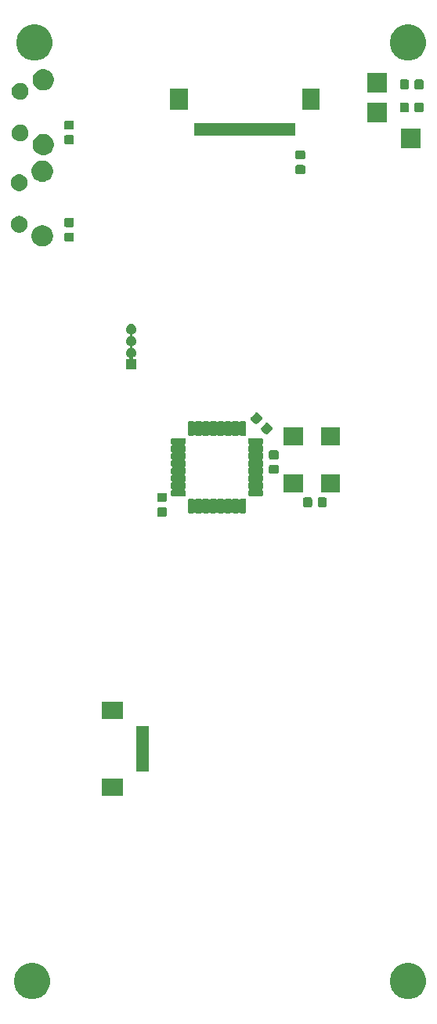
<source format=gbr>
G04 #@! TF.GenerationSoftware,KiCad,Pcbnew,5.1.6-c6e7f7d~87~ubuntu18.04.1*
G04 #@! TF.CreationDate,2020-07-31T10:56:06+02:00*
G04 #@! TF.ProjectId,HMI,484d492e-6b69-4636-9164-5f7063625858,rev?*
G04 #@! TF.SameCoordinates,Original*
G04 #@! TF.FileFunction,Soldermask,Bot*
G04 #@! TF.FilePolarity,Negative*
%FSLAX46Y46*%
G04 Gerber Fmt 4.6, Leading zero omitted, Abs format (unit mm)*
G04 Created by KiCad (PCBNEW 5.1.6-c6e7f7d~87~ubuntu18.04.1) date 2020-07-31 10:56:06*
%MOMM*%
%LPD*%
G01*
G04 APERTURE LIST*
%ADD10C,0.100000*%
G04 APERTURE END LIST*
D10*
X123367800Y-41706800D02*
G75*
G03*
X123367800Y-41706800I-635000J0D01*
G01*
X123367800Y-48706800D02*
G75*
G03*
X123367800Y-48706800I-635000J0D01*
G01*
X120677300Y-47456800D02*
G75*
G03*
X120677300Y-47456800I-444500J0D01*
G01*
X120677300Y-42956800D02*
G75*
G03*
X120677300Y-42956800I-444500J0D01*
G01*
X123266200Y-51572400D02*
G75*
G03*
X123266200Y-51572400I-635000J0D01*
G01*
X123266200Y-58572400D02*
G75*
G03*
X123266200Y-58572400I-635000J0D01*
G01*
X120575700Y-57322400D02*
G75*
G03*
X120575700Y-57322400I-444500J0D01*
G01*
X120575700Y-52822400D02*
G75*
G03*
X120575700Y-52822400I-444500J0D01*
G01*
G36*
X162722685Y-137163575D02*
G01*
X163077743Y-137310645D01*
X163077745Y-137310646D01*
X163397290Y-137524159D01*
X163669041Y-137795910D01*
X163882554Y-138115455D01*
X163882555Y-138115457D01*
X164029625Y-138470515D01*
X164104600Y-138847442D01*
X164104600Y-139231758D01*
X164029625Y-139608685D01*
X163882555Y-139963743D01*
X163882554Y-139963745D01*
X163669041Y-140283290D01*
X163397290Y-140555041D01*
X163077745Y-140768554D01*
X163077744Y-140768555D01*
X163077743Y-140768555D01*
X162722685Y-140915625D01*
X162345758Y-140990600D01*
X161961442Y-140990600D01*
X161584515Y-140915625D01*
X161229457Y-140768555D01*
X161229456Y-140768555D01*
X161229455Y-140768554D01*
X160909910Y-140555041D01*
X160638159Y-140283290D01*
X160424646Y-139963745D01*
X160424645Y-139963743D01*
X160277575Y-139608685D01*
X160202600Y-139231758D01*
X160202600Y-138847442D01*
X160277575Y-138470515D01*
X160424645Y-138115457D01*
X160424646Y-138115455D01*
X160638159Y-137795910D01*
X160909910Y-137524159D01*
X161229455Y-137310646D01*
X161229457Y-137310645D01*
X161584515Y-137163575D01*
X161961442Y-137088600D01*
X162345758Y-137088600D01*
X162722685Y-137163575D01*
G37*
G36*
X122082685Y-137163575D02*
G01*
X122437743Y-137310645D01*
X122437745Y-137310646D01*
X122757290Y-137524159D01*
X123029041Y-137795910D01*
X123242554Y-138115455D01*
X123242555Y-138115457D01*
X123389625Y-138470515D01*
X123464600Y-138847442D01*
X123464600Y-139231758D01*
X123389625Y-139608685D01*
X123242555Y-139963743D01*
X123242554Y-139963745D01*
X123029041Y-140283290D01*
X122757290Y-140555041D01*
X122437745Y-140768554D01*
X122437744Y-140768555D01*
X122437743Y-140768555D01*
X122082685Y-140915625D01*
X121705758Y-140990600D01*
X121321442Y-140990600D01*
X120944515Y-140915625D01*
X120589457Y-140768555D01*
X120589456Y-140768555D01*
X120589455Y-140768554D01*
X120269910Y-140555041D01*
X119998159Y-140283290D01*
X119784646Y-139963745D01*
X119784645Y-139963743D01*
X119637575Y-139608685D01*
X119562600Y-139231758D01*
X119562600Y-138847442D01*
X119637575Y-138470515D01*
X119784645Y-138115457D01*
X119784646Y-138115455D01*
X119998159Y-137795910D01*
X120269910Y-137524159D01*
X120589455Y-137310646D01*
X120589457Y-137310645D01*
X120944515Y-137163575D01*
X121321442Y-137088600D01*
X121705758Y-137088600D01*
X122082685Y-137163575D01*
G37*
G36*
X131376800Y-119048300D02*
G01*
X129074800Y-119048300D01*
X129074800Y-117146300D01*
X131376800Y-117146300D01*
X131376800Y-119048300D01*
G37*
G36*
X134176800Y-116398300D02*
G01*
X132774800Y-116398300D01*
X132774800Y-111496300D01*
X134176800Y-111496300D01*
X134176800Y-116398300D01*
G37*
G36*
X131376800Y-110748300D02*
G01*
X129074800Y-110748300D01*
X129074800Y-108846300D01*
X131376800Y-108846300D01*
X131376800Y-110748300D01*
G37*
G36*
X135939391Y-87894985D02*
G01*
X135973369Y-87905293D01*
X136004690Y-87922034D01*
X136032139Y-87944561D01*
X136054666Y-87972010D01*
X136071407Y-88003331D01*
X136081715Y-88037309D01*
X136085800Y-88078790D01*
X136085800Y-88680010D01*
X136081715Y-88721491D01*
X136071407Y-88755469D01*
X136054666Y-88786790D01*
X136032139Y-88814239D01*
X136004690Y-88836766D01*
X135973369Y-88853507D01*
X135939391Y-88863815D01*
X135897910Y-88867900D01*
X135221690Y-88867900D01*
X135180209Y-88863815D01*
X135146231Y-88853507D01*
X135114910Y-88836766D01*
X135087461Y-88814239D01*
X135064934Y-88786790D01*
X135048193Y-88755469D01*
X135037885Y-88721491D01*
X135033800Y-88680010D01*
X135033800Y-88078790D01*
X135037885Y-88037309D01*
X135048193Y-88003331D01*
X135064934Y-87972010D01*
X135087461Y-87944561D01*
X135114910Y-87922034D01*
X135146231Y-87905293D01*
X135180209Y-87894985D01*
X135221690Y-87890900D01*
X135897910Y-87890900D01*
X135939391Y-87894985D01*
G37*
G36*
X138942851Y-86929584D02*
G01*
X138959243Y-86934557D01*
X138974355Y-86942634D01*
X138987598Y-86953502D01*
X138998467Y-86966747D01*
X139002561Y-86974406D01*
X139016174Y-86994780D01*
X139033501Y-87012107D01*
X139053876Y-87025721D01*
X139076514Y-87035098D01*
X139100548Y-87039879D01*
X139125052Y-87039879D01*
X139149085Y-87035099D01*
X139171724Y-87025721D01*
X139192098Y-87012108D01*
X139209425Y-86994781D01*
X139223039Y-86974406D01*
X139227133Y-86966747D01*
X139238002Y-86953502D01*
X139251245Y-86942634D01*
X139266357Y-86934557D01*
X139282749Y-86929584D01*
X139305941Y-86927300D01*
X139719659Y-86927300D01*
X139742851Y-86929584D01*
X139759243Y-86934557D01*
X139774355Y-86942634D01*
X139787598Y-86953502D01*
X139798467Y-86966747D01*
X139802561Y-86974406D01*
X139816174Y-86994780D01*
X139833501Y-87012107D01*
X139853876Y-87025721D01*
X139876514Y-87035098D01*
X139900548Y-87039879D01*
X139925052Y-87039879D01*
X139949085Y-87035099D01*
X139971724Y-87025721D01*
X139992098Y-87012108D01*
X140009425Y-86994781D01*
X140023039Y-86974406D01*
X140027133Y-86966747D01*
X140038002Y-86953502D01*
X140051245Y-86942634D01*
X140066357Y-86934557D01*
X140082749Y-86929584D01*
X140105941Y-86927300D01*
X140519659Y-86927300D01*
X140542851Y-86929584D01*
X140559243Y-86934557D01*
X140574355Y-86942634D01*
X140587598Y-86953502D01*
X140598467Y-86966747D01*
X140602561Y-86974406D01*
X140616174Y-86994780D01*
X140633501Y-87012107D01*
X140653876Y-87025721D01*
X140676514Y-87035098D01*
X140700548Y-87039879D01*
X140725052Y-87039879D01*
X140749085Y-87035099D01*
X140771724Y-87025721D01*
X140792098Y-87012108D01*
X140809425Y-86994781D01*
X140823039Y-86974406D01*
X140827133Y-86966747D01*
X140838002Y-86953502D01*
X140851245Y-86942634D01*
X140866357Y-86934557D01*
X140882749Y-86929584D01*
X140905941Y-86927300D01*
X141319659Y-86927300D01*
X141342851Y-86929584D01*
X141359243Y-86934557D01*
X141374355Y-86942634D01*
X141387598Y-86953502D01*
X141398467Y-86966747D01*
X141402561Y-86974406D01*
X141416174Y-86994780D01*
X141433501Y-87012107D01*
X141453876Y-87025721D01*
X141476514Y-87035098D01*
X141500548Y-87039879D01*
X141525052Y-87039879D01*
X141549085Y-87035099D01*
X141571724Y-87025721D01*
X141592098Y-87012108D01*
X141609425Y-86994781D01*
X141623039Y-86974406D01*
X141627133Y-86966747D01*
X141638002Y-86953502D01*
X141651245Y-86942634D01*
X141666357Y-86934557D01*
X141682749Y-86929584D01*
X141705941Y-86927300D01*
X142119659Y-86927300D01*
X142142851Y-86929584D01*
X142159243Y-86934557D01*
X142174355Y-86942634D01*
X142187598Y-86953502D01*
X142198467Y-86966747D01*
X142202561Y-86974406D01*
X142216174Y-86994780D01*
X142233501Y-87012107D01*
X142253876Y-87025721D01*
X142276514Y-87035098D01*
X142300548Y-87039879D01*
X142325052Y-87039879D01*
X142349085Y-87035099D01*
X142371724Y-87025721D01*
X142392098Y-87012108D01*
X142409425Y-86994781D01*
X142423039Y-86974406D01*
X142427133Y-86966747D01*
X142438002Y-86953502D01*
X142451245Y-86942634D01*
X142466357Y-86934557D01*
X142482749Y-86929584D01*
X142505941Y-86927300D01*
X142919659Y-86927300D01*
X142942851Y-86929584D01*
X142959243Y-86934557D01*
X142974355Y-86942634D01*
X142987598Y-86953502D01*
X142998467Y-86966747D01*
X143002561Y-86974406D01*
X143016174Y-86994780D01*
X143033501Y-87012107D01*
X143053876Y-87025721D01*
X143076514Y-87035098D01*
X143100548Y-87039879D01*
X143125052Y-87039879D01*
X143149085Y-87035099D01*
X143171724Y-87025721D01*
X143192098Y-87012108D01*
X143209425Y-86994781D01*
X143223039Y-86974406D01*
X143227133Y-86966747D01*
X143238002Y-86953502D01*
X143251245Y-86942634D01*
X143266357Y-86934557D01*
X143282749Y-86929584D01*
X143305941Y-86927300D01*
X143719659Y-86927300D01*
X143742851Y-86929584D01*
X143759243Y-86934557D01*
X143774355Y-86942634D01*
X143787598Y-86953502D01*
X143798467Y-86966747D01*
X143802561Y-86974406D01*
X143816174Y-86994780D01*
X143833501Y-87012107D01*
X143853876Y-87025721D01*
X143876514Y-87035098D01*
X143900548Y-87039879D01*
X143925052Y-87039879D01*
X143949085Y-87035099D01*
X143971724Y-87025721D01*
X143992098Y-87012108D01*
X144009425Y-86994781D01*
X144023039Y-86974406D01*
X144027133Y-86966747D01*
X144038002Y-86953502D01*
X144051245Y-86942634D01*
X144066357Y-86934557D01*
X144082749Y-86929584D01*
X144105941Y-86927300D01*
X144519659Y-86927300D01*
X144542851Y-86929584D01*
X144559243Y-86934557D01*
X144574355Y-86942634D01*
X144587598Y-86953502D01*
X144598466Y-86966745D01*
X144606543Y-86981857D01*
X144611516Y-86998249D01*
X144613800Y-87021441D01*
X144613800Y-88435159D01*
X144611516Y-88458351D01*
X144606543Y-88474743D01*
X144598466Y-88489855D01*
X144587598Y-88503098D01*
X144574355Y-88513966D01*
X144559243Y-88522043D01*
X144542851Y-88527016D01*
X144519659Y-88529300D01*
X144105941Y-88529300D01*
X144082749Y-88527016D01*
X144066357Y-88522043D01*
X144051245Y-88513966D01*
X144038002Y-88503098D01*
X144027133Y-88489853D01*
X144023039Y-88482194D01*
X144009426Y-88461820D01*
X143992099Y-88444493D01*
X143971724Y-88430879D01*
X143949086Y-88421502D01*
X143925052Y-88416721D01*
X143900548Y-88416721D01*
X143876515Y-88421501D01*
X143853876Y-88430879D01*
X143833502Y-88444492D01*
X143816175Y-88461819D01*
X143802561Y-88482194D01*
X143798467Y-88489853D01*
X143787598Y-88503098D01*
X143774355Y-88513966D01*
X143759243Y-88522043D01*
X143742851Y-88527016D01*
X143719659Y-88529300D01*
X143305941Y-88529300D01*
X143282749Y-88527016D01*
X143266357Y-88522043D01*
X143251245Y-88513966D01*
X143238002Y-88503098D01*
X143227133Y-88489853D01*
X143223039Y-88482194D01*
X143209426Y-88461820D01*
X143192099Y-88444493D01*
X143171724Y-88430879D01*
X143149086Y-88421502D01*
X143125052Y-88416721D01*
X143100548Y-88416721D01*
X143076515Y-88421501D01*
X143053876Y-88430879D01*
X143033502Y-88444492D01*
X143016175Y-88461819D01*
X143002561Y-88482194D01*
X142998467Y-88489853D01*
X142987598Y-88503098D01*
X142974355Y-88513966D01*
X142959243Y-88522043D01*
X142942851Y-88527016D01*
X142919659Y-88529300D01*
X142505941Y-88529300D01*
X142482749Y-88527016D01*
X142466357Y-88522043D01*
X142451245Y-88513966D01*
X142438002Y-88503098D01*
X142427133Y-88489853D01*
X142423039Y-88482194D01*
X142409426Y-88461820D01*
X142392099Y-88444493D01*
X142371724Y-88430879D01*
X142349086Y-88421502D01*
X142325052Y-88416721D01*
X142300548Y-88416721D01*
X142276515Y-88421501D01*
X142253876Y-88430879D01*
X142233502Y-88444492D01*
X142216175Y-88461819D01*
X142202561Y-88482194D01*
X142198467Y-88489853D01*
X142187598Y-88503098D01*
X142174355Y-88513966D01*
X142159243Y-88522043D01*
X142142851Y-88527016D01*
X142119659Y-88529300D01*
X141705941Y-88529300D01*
X141682749Y-88527016D01*
X141666357Y-88522043D01*
X141651245Y-88513966D01*
X141638002Y-88503098D01*
X141627133Y-88489853D01*
X141623039Y-88482194D01*
X141609426Y-88461820D01*
X141592099Y-88444493D01*
X141571724Y-88430879D01*
X141549086Y-88421502D01*
X141525052Y-88416721D01*
X141500548Y-88416721D01*
X141476515Y-88421501D01*
X141453876Y-88430879D01*
X141433502Y-88444492D01*
X141416175Y-88461819D01*
X141402561Y-88482194D01*
X141398467Y-88489853D01*
X141387598Y-88503098D01*
X141374355Y-88513966D01*
X141359243Y-88522043D01*
X141342851Y-88527016D01*
X141319659Y-88529300D01*
X140905941Y-88529300D01*
X140882749Y-88527016D01*
X140866357Y-88522043D01*
X140851245Y-88513966D01*
X140838002Y-88503098D01*
X140827133Y-88489853D01*
X140823039Y-88482194D01*
X140809426Y-88461820D01*
X140792099Y-88444493D01*
X140771724Y-88430879D01*
X140749086Y-88421502D01*
X140725052Y-88416721D01*
X140700548Y-88416721D01*
X140676515Y-88421501D01*
X140653876Y-88430879D01*
X140633502Y-88444492D01*
X140616175Y-88461819D01*
X140602561Y-88482194D01*
X140598467Y-88489853D01*
X140587598Y-88503098D01*
X140574355Y-88513966D01*
X140559243Y-88522043D01*
X140542851Y-88527016D01*
X140519659Y-88529300D01*
X140105941Y-88529300D01*
X140082749Y-88527016D01*
X140066357Y-88522043D01*
X140051245Y-88513966D01*
X140038002Y-88503098D01*
X140027133Y-88489853D01*
X140023039Y-88482194D01*
X140009426Y-88461820D01*
X139992099Y-88444493D01*
X139971724Y-88430879D01*
X139949086Y-88421502D01*
X139925052Y-88416721D01*
X139900548Y-88416721D01*
X139876515Y-88421501D01*
X139853876Y-88430879D01*
X139833502Y-88444492D01*
X139816175Y-88461819D01*
X139802561Y-88482194D01*
X139798467Y-88489853D01*
X139787598Y-88503098D01*
X139774355Y-88513966D01*
X139759243Y-88522043D01*
X139742851Y-88527016D01*
X139719659Y-88529300D01*
X139305941Y-88529300D01*
X139282749Y-88527016D01*
X139266357Y-88522043D01*
X139251245Y-88513966D01*
X139238002Y-88503098D01*
X139227133Y-88489853D01*
X139223039Y-88482194D01*
X139209426Y-88461820D01*
X139192099Y-88444493D01*
X139171724Y-88430879D01*
X139149086Y-88421502D01*
X139125052Y-88416721D01*
X139100548Y-88416721D01*
X139076515Y-88421501D01*
X139053876Y-88430879D01*
X139033502Y-88444492D01*
X139016175Y-88461819D01*
X139002561Y-88482194D01*
X138998467Y-88489853D01*
X138987598Y-88503098D01*
X138974355Y-88513966D01*
X138959243Y-88522043D01*
X138942851Y-88527016D01*
X138919659Y-88529300D01*
X138505941Y-88529300D01*
X138482749Y-88527016D01*
X138466357Y-88522043D01*
X138451245Y-88513966D01*
X138438002Y-88503098D01*
X138427134Y-88489855D01*
X138419057Y-88474743D01*
X138414084Y-88458351D01*
X138411800Y-88435159D01*
X138411800Y-87021441D01*
X138414084Y-86998249D01*
X138419057Y-86981857D01*
X138427134Y-86966745D01*
X138438002Y-86953502D01*
X138451245Y-86942634D01*
X138466357Y-86934557D01*
X138482749Y-86929584D01*
X138505941Y-86927300D01*
X138919659Y-86927300D01*
X138942851Y-86929584D01*
G37*
G36*
X151649891Y-86815985D02*
G01*
X151683869Y-86826293D01*
X151715190Y-86843034D01*
X151742639Y-86865561D01*
X151765166Y-86893010D01*
X151781907Y-86924331D01*
X151792215Y-86958309D01*
X151796300Y-86999790D01*
X151796300Y-87676010D01*
X151792215Y-87717491D01*
X151781907Y-87751469D01*
X151765166Y-87782790D01*
X151742639Y-87810239D01*
X151715190Y-87832766D01*
X151683869Y-87849507D01*
X151649891Y-87859815D01*
X151608410Y-87863900D01*
X151007190Y-87863900D01*
X150965709Y-87859815D01*
X150931731Y-87849507D01*
X150900410Y-87832766D01*
X150872961Y-87810239D01*
X150850434Y-87782790D01*
X150833693Y-87751469D01*
X150823385Y-87717491D01*
X150819300Y-87676010D01*
X150819300Y-86999790D01*
X150823385Y-86958309D01*
X150833693Y-86924331D01*
X150850434Y-86893010D01*
X150872961Y-86865561D01*
X150900410Y-86843034D01*
X150931731Y-86826293D01*
X150965709Y-86815985D01*
X151007190Y-86811900D01*
X151608410Y-86811900D01*
X151649891Y-86815985D01*
G37*
G36*
X153224891Y-86815985D02*
G01*
X153258869Y-86826293D01*
X153290190Y-86843034D01*
X153317639Y-86865561D01*
X153340166Y-86893010D01*
X153356907Y-86924331D01*
X153367215Y-86958309D01*
X153371300Y-86999790D01*
X153371300Y-87676010D01*
X153367215Y-87717491D01*
X153356907Y-87751469D01*
X153340166Y-87782790D01*
X153317639Y-87810239D01*
X153290190Y-87832766D01*
X153258869Y-87849507D01*
X153224891Y-87859815D01*
X153183410Y-87863900D01*
X152582190Y-87863900D01*
X152540709Y-87859815D01*
X152506731Y-87849507D01*
X152475410Y-87832766D01*
X152447961Y-87810239D01*
X152425434Y-87782790D01*
X152408693Y-87751469D01*
X152398385Y-87717491D01*
X152394300Y-87676010D01*
X152394300Y-86999790D01*
X152398385Y-86958309D01*
X152408693Y-86924331D01*
X152425434Y-86893010D01*
X152447961Y-86865561D01*
X152475410Y-86843034D01*
X152506731Y-86826293D01*
X152540709Y-86815985D01*
X152582190Y-86811900D01*
X153183410Y-86811900D01*
X153224891Y-86815985D01*
G37*
G36*
X135939391Y-86319985D02*
G01*
X135973369Y-86330293D01*
X136004690Y-86347034D01*
X136032139Y-86369561D01*
X136054666Y-86397010D01*
X136071407Y-86428331D01*
X136081715Y-86462309D01*
X136085800Y-86503790D01*
X136085800Y-87105010D01*
X136081715Y-87146491D01*
X136071407Y-87180469D01*
X136054666Y-87211790D01*
X136032139Y-87239239D01*
X136004690Y-87261766D01*
X135973369Y-87278507D01*
X135939391Y-87288815D01*
X135897910Y-87292900D01*
X135221690Y-87292900D01*
X135180209Y-87288815D01*
X135146231Y-87278507D01*
X135114910Y-87261766D01*
X135087461Y-87239239D01*
X135064934Y-87211790D01*
X135048193Y-87180469D01*
X135037885Y-87146491D01*
X135033800Y-87105010D01*
X135033800Y-86503790D01*
X135037885Y-86462309D01*
X135048193Y-86428331D01*
X135064934Y-86397010D01*
X135087461Y-86369561D01*
X135114910Y-86347034D01*
X135146231Y-86330293D01*
X135180209Y-86319985D01*
X135221690Y-86315900D01*
X135897910Y-86315900D01*
X135939391Y-86319985D01*
G37*
G36*
X146417851Y-80454584D02*
G01*
X146434243Y-80459557D01*
X146449355Y-80467634D01*
X146462598Y-80478502D01*
X146473466Y-80491745D01*
X146481543Y-80506857D01*
X146486516Y-80523249D01*
X146488800Y-80546441D01*
X146488800Y-80960159D01*
X146486516Y-80983351D01*
X146481543Y-80999743D01*
X146473466Y-81014855D01*
X146462598Y-81028098D01*
X146449353Y-81038967D01*
X146441694Y-81043061D01*
X146421320Y-81056674D01*
X146403993Y-81074001D01*
X146390379Y-81094376D01*
X146381002Y-81117014D01*
X146376221Y-81141048D01*
X146376221Y-81165552D01*
X146381001Y-81189585D01*
X146390379Y-81212224D01*
X146403992Y-81232598D01*
X146421319Y-81249925D01*
X146441694Y-81263539D01*
X146449353Y-81267633D01*
X146462598Y-81278502D01*
X146473466Y-81291745D01*
X146481543Y-81306857D01*
X146486516Y-81323249D01*
X146488800Y-81346441D01*
X146488800Y-81760159D01*
X146486516Y-81783351D01*
X146481543Y-81799743D01*
X146473466Y-81814855D01*
X146462598Y-81828098D01*
X146449353Y-81838967D01*
X146441694Y-81843061D01*
X146421320Y-81856674D01*
X146403993Y-81874001D01*
X146390379Y-81894376D01*
X146381002Y-81917014D01*
X146376221Y-81941048D01*
X146376221Y-81965552D01*
X146381001Y-81989585D01*
X146390379Y-82012224D01*
X146403992Y-82032598D01*
X146421319Y-82049925D01*
X146441694Y-82063539D01*
X146449353Y-82067633D01*
X146462598Y-82078502D01*
X146473466Y-82091745D01*
X146481543Y-82106857D01*
X146486516Y-82123249D01*
X146488800Y-82146441D01*
X146488800Y-82560159D01*
X146486516Y-82583351D01*
X146481543Y-82599743D01*
X146473466Y-82614855D01*
X146462598Y-82628098D01*
X146449353Y-82638967D01*
X146441694Y-82643061D01*
X146421320Y-82656674D01*
X146403993Y-82674001D01*
X146390379Y-82694376D01*
X146381002Y-82717014D01*
X146376221Y-82741048D01*
X146376221Y-82765552D01*
X146381001Y-82789585D01*
X146390379Y-82812224D01*
X146403992Y-82832598D01*
X146421319Y-82849925D01*
X146441694Y-82863539D01*
X146449353Y-82867633D01*
X146462598Y-82878502D01*
X146473466Y-82891745D01*
X146481543Y-82906857D01*
X146486516Y-82923249D01*
X146488800Y-82946441D01*
X146488800Y-83360159D01*
X146486516Y-83383351D01*
X146481543Y-83399743D01*
X146473466Y-83414855D01*
X146462598Y-83428098D01*
X146449353Y-83438967D01*
X146441694Y-83443061D01*
X146421320Y-83456674D01*
X146403993Y-83474001D01*
X146390379Y-83494376D01*
X146381002Y-83517014D01*
X146376221Y-83541048D01*
X146376221Y-83565552D01*
X146381001Y-83589585D01*
X146390379Y-83612224D01*
X146403992Y-83632598D01*
X146421319Y-83649925D01*
X146441694Y-83663539D01*
X146449353Y-83667633D01*
X146462598Y-83678502D01*
X146473466Y-83691745D01*
X146481543Y-83706857D01*
X146486516Y-83723249D01*
X146488800Y-83746441D01*
X146488800Y-84160159D01*
X146486516Y-84183351D01*
X146481543Y-84199743D01*
X146473466Y-84214855D01*
X146462598Y-84228098D01*
X146449353Y-84238967D01*
X146441694Y-84243061D01*
X146421320Y-84256674D01*
X146403993Y-84274001D01*
X146390379Y-84294376D01*
X146381002Y-84317014D01*
X146376221Y-84341048D01*
X146376221Y-84365552D01*
X146381001Y-84389585D01*
X146390379Y-84412224D01*
X146403992Y-84432598D01*
X146421319Y-84449925D01*
X146441694Y-84463539D01*
X146449353Y-84467633D01*
X146462598Y-84478502D01*
X146473466Y-84491745D01*
X146481543Y-84506857D01*
X146486516Y-84523249D01*
X146488800Y-84546441D01*
X146488800Y-84960159D01*
X146486516Y-84983351D01*
X146481543Y-84999743D01*
X146473466Y-85014855D01*
X146462598Y-85028098D01*
X146449353Y-85038967D01*
X146441694Y-85043061D01*
X146421320Y-85056674D01*
X146403993Y-85074001D01*
X146390379Y-85094376D01*
X146381002Y-85117014D01*
X146376221Y-85141048D01*
X146376221Y-85165552D01*
X146381001Y-85189585D01*
X146390379Y-85212224D01*
X146403992Y-85232598D01*
X146421319Y-85249925D01*
X146441694Y-85263539D01*
X146449353Y-85267633D01*
X146462598Y-85278502D01*
X146473466Y-85291745D01*
X146481543Y-85306857D01*
X146486516Y-85323249D01*
X146488800Y-85346441D01*
X146488800Y-85760159D01*
X146486516Y-85783351D01*
X146481543Y-85799743D01*
X146473466Y-85814855D01*
X146462598Y-85828098D01*
X146449353Y-85838967D01*
X146441694Y-85843061D01*
X146421320Y-85856674D01*
X146403993Y-85874001D01*
X146390379Y-85894376D01*
X146381002Y-85917014D01*
X146376221Y-85941048D01*
X146376221Y-85965552D01*
X146381001Y-85989585D01*
X146390379Y-86012224D01*
X146403992Y-86032598D01*
X146421319Y-86049925D01*
X146441694Y-86063539D01*
X146449353Y-86067633D01*
X146462598Y-86078502D01*
X146473466Y-86091745D01*
X146481543Y-86106857D01*
X146486516Y-86123249D01*
X146488800Y-86146441D01*
X146488800Y-86560159D01*
X146486516Y-86583351D01*
X146481543Y-86599743D01*
X146473466Y-86614855D01*
X146462598Y-86628098D01*
X146449355Y-86638966D01*
X146434243Y-86647043D01*
X146417851Y-86652016D01*
X146394659Y-86654300D01*
X144980941Y-86654300D01*
X144957749Y-86652016D01*
X144941357Y-86647043D01*
X144926245Y-86638966D01*
X144913002Y-86628098D01*
X144902134Y-86614855D01*
X144894057Y-86599743D01*
X144889084Y-86583351D01*
X144886800Y-86560159D01*
X144886800Y-86146441D01*
X144889084Y-86123249D01*
X144894057Y-86106857D01*
X144902134Y-86091745D01*
X144913002Y-86078502D01*
X144926247Y-86067633D01*
X144933906Y-86063539D01*
X144954280Y-86049926D01*
X144971607Y-86032599D01*
X144985221Y-86012224D01*
X144994598Y-85989586D01*
X144999379Y-85965552D01*
X144999379Y-85941048D01*
X144994599Y-85917015D01*
X144985221Y-85894376D01*
X144971608Y-85874002D01*
X144954281Y-85856675D01*
X144933906Y-85843061D01*
X144926247Y-85838967D01*
X144913002Y-85828098D01*
X144902134Y-85814855D01*
X144894057Y-85799743D01*
X144889084Y-85783351D01*
X144886800Y-85760159D01*
X144886800Y-85346441D01*
X144889084Y-85323249D01*
X144894057Y-85306857D01*
X144902134Y-85291745D01*
X144913002Y-85278502D01*
X144926247Y-85267633D01*
X144933906Y-85263539D01*
X144954280Y-85249926D01*
X144971607Y-85232599D01*
X144985221Y-85212224D01*
X144994598Y-85189586D01*
X144999379Y-85165552D01*
X144999379Y-85141048D01*
X144994599Y-85117015D01*
X144985221Y-85094376D01*
X144971608Y-85074002D01*
X144954281Y-85056675D01*
X144933906Y-85043061D01*
X144926247Y-85038967D01*
X144913002Y-85028098D01*
X144902134Y-85014855D01*
X144894057Y-84999743D01*
X144889084Y-84983351D01*
X144886800Y-84960159D01*
X144886800Y-84546441D01*
X144889084Y-84523249D01*
X144894057Y-84506857D01*
X144902134Y-84491745D01*
X144913002Y-84478502D01*
X144926247Y-84467633D01*
X144933906Y-84463539D01*
X144954280Y-84449926D01*
X144971607Y-84432599D01*
X144985221Y-84412224D01*
X144994598Y-84389586D01*
X144999379Y-84365552D01*
X144999379Y-84341048D01*
X144994599Y-84317015D01*
X144985221Y-84294376D01*
X144971608Y-84274002D01*
X144954281Y-84256675D01*
X144933906Y-84243061D01*
X144926247Y-84238967D01*
X144913002Y-84228098D01*
X144902134Y-84214855D01*
X144894057Y-84199743D01*
X144889084Y-84183351D01*
X144886800Y-84160159D01*
X144886800Y-83746441D01*
X144889084Y-83723249D01*
X144894057Y-83706857D01*
X144902134Y-83691745D01*
X144913002Y-83678502D01*
X144926247Y-83667633D01*
X144933906Y-83663539D01*
X144954280Y-83649926D01*
X144971607Y-83632599D01*
X144985221Y-83612224D01*
X144994598Y-83589586D01*
X144999379Y-83565552D01*
X144999379Y-83541048D01*
X144994599Y-83517015D01*
X144985221Y-83494376D01*
X144971608Y-83474002D01*
X144954281Y-83456675D01*
X144933906Y-83443061D01*
X144926247Y-83438967D01*
X144913002Y-83428098D01*
X144902134Y-83414855D01*
X144894057Y-83399743D01*
X144889084Y-83383351D01*
X144886800Y-83360159D01*
X144886800Y-82946441D01*
X144889084Y-82923249D01*
X144894057Y-82906857D01*
X144902134Y-82891745D01*
X144913002Y-82878502D01*
X144926247Y-82867633D01*
X144933906Y-82863539D01*
X144954280Y-82849926D01*
X144971607Y-82832599D01*
X144985221Y-82812224D01*
X144994598Y-82789586D01*
X144999379Y-82765552D01*
X144999379Y-82741048D01*
X144994599Y-82717015D01*
X144985221Y-82694376D01*
X144971608Y-82674002D01*
X144954281Y-82656675D01*
X144933906Y-82643061D01*
X144926247Y-82638967D01*
X144913002Y-82628098D01*
X144902134Y-82614855D01*
X144894057Y-82599743D01*
X144889084Y-82583351D01*
X144886800Y-82560159D01*
X144886800Y-82146441D01*
X144889084Y-82123249D01*
X144894057Y-82106857D01*
X144902134Y-82091745D01*
X144913002Y-82078502D01*
X144926247Y-82067633D01*
X144933906Y-82063539D01*
X144954280Y-82049926D01*
X144971607Y-82032599D01*
X144985221Y-82012224D01*
X144994598Y-81989586D01*
X144999379Y-81965552D01*
X144999379Y-81941048D01*
X144994599Y-81917015D01*
X144985221Y-81894376D01*
X144971608Y-81874002D01*
X144954281Y-81856675D01*
X144933906Y-81843061D01*
X144926247Y-81838967D01*
X144913002Y-81828098D01*
X144902134Y-81814855D01*
X144894057Y-81799743D01*
X144889084Y-81783351D01*
X144886800Y-81760159D01*
X144886800Y-81346441D01*
X144889084Y-81323249D01*
X144894057Y-81306857D01*
X144902134Y-81291745D01*
X144913002Y-81278502D01*
X144926247Y-81267633D01*
X144933906Y-81263539D01*
X144954280Y-81249926D01*
X144971607Y-81232599D01*
X144985221Y-81212224D01*
X144994598Y-81189586D01*
X144999379Y-81165552D01*
X144999379Y-81141048D01*
X144994599Y-81117015D01*
X144985221Y-81094376D01*
X144971608Y-81074002D01*
X144954281Y-81056675D01*
X144933906Y-81043061D01*
X144926247Y-81038967D01*
X144913002Y-81028098D01*
X144902134Y-81014855D01*
X144894057Y-80999743D01*
X144889084Y-80983351D01*
X144886800Y-80960159D01*
X144886800Y-80546441D01*
X144889084Y-80523249D01*
X144894057Y-80506857D01*
X144902134Y-80491745D01*
X144913002Y-80478502D01*
X144926245Y-80467634D01*
X144941357Y-80459557D01*
X144957749Y-80454584D01*
X144980941Y-80452300D01*
X146394659Y-80452300D01*
X146417851Y-80454584D01*
G37*
G36*
X138067851Y-80454584D02*
G01*
X138084243Y-80459557D01*
X138099355Y-80467634D01*
X138112598Y-80478502D01*
X138123466Y-80491745D01*
X138131543Y-80506857D01*
X138136516Y-80523249D01*
X138138800Y-80546441D01*
X138138800Y-80960159D01*
X138136516Y-80983351D01*
X138131543Y-80999743D01*
X138123466Y-81014855D01*
X138112598Y-81028098D01*
X138099353Y-81038967D01*
X138091694Y-81043061D01*
X138071320Y-81056674D01*
X138053993Y-81074001D01*
X138040379Y-81094376D01*
X138031002Y-81117014D01*
X138026221Y-81141048D01*
X138026221Y-81165552D01*
X138031001Y-81189585D01*
X138040379Y-81212224D01*
X138053992Y-81232598D01*
X138071319Y-81249925D01*
X138091694Y-81263539D01*
X138099353Y-81267633D01*
X138112598Y-81278502D01*
X138123466Y-81291745D01*
X138131543Y-81306857D01*
X138136516Y-81323249D01*
X138138800Y-81346441D01*
X138138800Y-81760159D01*
X138136516Y-81783351D01*
X138131543Y-81799743D01*
X138123466Y-81814855D01*
X138112598Y-81828098D01*
X138099353Y-81838967D01*
X138091694Y-81843061D01*
X138071320Y-81856674D01*
X138053993Y-81874001D01*
X138040379Y-81894376D01*
X138031002Y-81917014D01*
X138026221Y-81941048D01*
X138026221Y-81965552D01*
X138031001Y-81989585D01*
X138040379Y-82012224D01*
X138053992Y-82032598D01*
X138071319Y-82049925D01*
X138091694Y-82063539D01*
X138099353Y-82067633D01*
X138112598Y-82078502D01*
X138123466Y-82091745D01*
X138131543Y-82106857D01*
X138136516Y-82123249D01*
X138138800Y-82146441D01*
X138138800Y-82560159D01*
X138136516Y-82583351D01*
X138131543Y-82599743D01*
X138123466Y-82614855D01*
X138112598Y-82628098D01*
X138099353Y-82638967D01*
X138091694Y-82643061D01*
X138071320Y-82656674D01*
X138053993Y-82674001D01*
X138040379Y-82694376D01*
X138031002Y-82717014D01*
X138026221Y-82741048D01*
X138026221Y-82765552D01*
X138031001Y-82789585D01*
X138040379Y-82812224D01*
X138053992Y-82832598D01*
X138071319Y-82849925D01*
X138091694Y-82863539D01*
X138099353Y-82867633D01*
X138112598Y-82878502D01*
X138123466Y-82891745D01*
X138131543Y-82906857D01*
X138136516Y-82923249D01*
X138138800Y-82946441D01*
X138138800Y-83360159D01*
X138136516Y-83383351D01*
X138131543Y-83399743D01*
X138123466Y-83414855D01*
X138112598Y-83428098D01*
X138099353Y-83438967D01*
X138091694Y-83443061D01*
X138071320Y-83456674D01*
X138053993Y-83474001D01*
X138040379Y-83494376D01*
X138031002Y-83517014D01*
X138026221Y-83541048D01*
X138026221Y-83565552D01*
X138031001Y-83589585D01*
X138040379Y-83612224D01*
X138053992Y-83632598D01*
X138071319Y-83649925D01*
X138091694Y-83663539D01*
X138099353Y-83667633D01*
X138112598Y-83678502D01*
X138123466Y-83691745D01*
X138131543Y-83706857D01*
X138136516Y-83723249D01*
X138138800Y-83746441D01*
X138138800Y-84160159D01*
X138136516Y-84183351D01*
X138131543Y-84199743D01*
X138123466Y-84214855D01*
X138112598Y-84228098D01*
X138099353Y-84238967D01*
X138091694Y-84243061D01*
X138071320Y-84256674D01*
X138053993Y-84274001D01*
X138040379Y-84294376D01*
X138031002Y-84317014D01*
X138026221Y-84341048D01*
X138026221Y-84365552D01*
X138031001Y-84389585D01*
X138040379Y-84412224D01*
X138053992Y-84432598D01*
X138071319Y-84449925D01*
X138091694Y-84463539D01*
X138099353Y-84467633D01*
X138112598Y-84478502D01*
X138123466Y-84491745D01*
X138131543Y-84506857D01*
X138136516Y-84523249D01*
X138138800Y-84546441D01*
X138138800Y-84960159D01*
X138136516Y-84983351D01*
X138131543Y-84999743D01*
X138123466Y-85014855D01*
X138112598Y-85028098D01*
X138099353Y-85038967D01*
X138091694Y-85043061D01*
X138071320Y-85056674D01*
X138053993Y-85074001D01*
X138040379Y-85094376D01*
X138031002Y-85117014D01*
X138026221Y-85141048D01*
X138026221Y-85165552D01*
X138031001Y-85189585D01*
X138040379Y-85212224D01*
X138053992Y-85232598D01*
X138071319Y-85249925D01*
X138091694Y-85263539D01*
X138099353Y-85267633D01*
X138112598Y-85278502D01*
X138123466Y-85291745D01*
X138131543Y-85306857D01*
X138136516Y-85323249D01*
X138138800Y-85346441D01*
X138138800Y-85760159D01*
X138136516Y-85783351D01*
X138131543Y-85799743D01*
X138123466Y-85814855D01*
X138112598Y-85828098D01*
X138099353Y-85838967D01*
X138091694Y-85843061D01*
X138071320Y-85856674D01*
X138053993Y-85874001D01*
X138040379Y-85894376D01*
X138031002Y-85917014D01*
X138026221Y-85941048D01*
X138026221Y-85965552D01*
X138031001Y-85989585D01*
X138040379Y-86012224D01*
X138053992Y-86032598D01*
X138071319Y-86049925D01*
X138091694Y-86063539D01*
X138099353Y-86067633D01*
X138112598Y-86078502D01*
X138123466Y-86091745D01*
X138131543Y-86106857D01*
X138136516Y-86123249D01*
X138138800Y-86146441D01*
X138138800Y-86560159D01*
X138136516Y-86583351D01*
X138131543Y-86599743D01*
X138123466Y-86614855D01*
X138112598Y-86628098D01*
X138099355Y-86638966D01*
X138084243Y-86647043D01*
X138067851Y-86652016D01*
X138044659Y-86654300D01*
X136630941Y-86654300D01*
X136607749Y-86652016D01*
X136591357Y-86647043D01*
X136576245Y-86638966D01*
X136563002Y-86628098D01*
X136552134Y-86614855D01*
X136544057Y-86599743D01*
X136539084Y-86583351D01*
X136536800Y-86560159D01*
X136536800Y-86146441D01*
X136539084Y-86123249D01*
X136544057Y-86106857D01*
X136552134Y-86091745D01*
X136563002Y-86078502D01*
X136576247Y-86067633D01*
X136583906Y-86063539D01*
X136604280Y-86049926D01*
X136621607Y-86032599D01*
X136635221Y-86012224D01*
X136644598Y-85989586D01*
X136649379Y-85965552D01*
X136649379Y-85941048D01*
X136644599Y-85917015D01*
X136635221Y-85894376D01*
X136621608Y-85874002D01*
X136604281Y-85856675D01*
X136583906Y-85843061D01*
X136576247Y-85838967D01*
X136563002Y-85828098D01*
X136552134Y-85814855D01*
X136544057Y-85799743D01*
X136539084Y-85783351D01*
X136536800Y-85760159D01*
X136536800Y-85346441D01*
X136539084Y-85323249D01*
X136544057Y-85306857D01*
X136552134Y-85291745D01*
X136563002Y-85278502D01*
X136576247Y-85267633D01*
X136583906Y-85263539D01*
X136604280Y-85249926D01*
X136621607Y-85232599D01*
X136635221Y-85212224D01*
X136644598Y-85189586D01*
X136649379Y-85165552D01*
X136649379Y-85141048D01*
X136644599Y-85117015D01*
X136635221Y-85094376D01*
X136621608Y-85074002D01*
X136604281Y-85056675D01*
X136583906Y-85043061D01*
X136576247Y-85038967D01*
X136563002Y-85028098D01*
X136552134Y-85014855D01*
X136544057Y-84999743D01*
X136539084Y-84983351D01*
X136536800Y-84960159D01*
X136536800Y-84546441D01*
X136539084Y-84523249D01*
X136544057Y-84506857D01*
X136552134Y-84491745D01*
X136563002Y-84478502D01*
X136576247Y-84467633D01*
X136583906Y-84463539D01*
X136604280Y-84449926D01*
X136621607Y-84432599D01*
X136635221Y-84412224D01*
X136644598Y-84389586D01*
X136649379Y-84365552D01*
X136649379Y-84341048D01*
X136644599Y-84317015D01*
X136635221Y-84294376D01*
X136621608Y-84274002D01*
X136604281Y-84256675D01*
X136583906Y-84243061D01*
X136576247Y-84238967D01*
X136563002Y-84228098D01*
X136552134Y-84214855D01*
X136544057Y-84199743D01*
X136539084Y-84183351D01*
X136536800Y-84160159D01*
X136536800Y-83746441D01*
X136539084Y-83723249D01*
X136544057Y-83706857D01*
X136552134Y-83691745D01*
X136563002Y-83678502D01*
X136576247Y-83667633D01*
X136583906Y-83663539D01*
X136604280Y-83649926D01*
X136621607Y-83632599D01*
X136635221Y-83612224D01*
X136644598Y-83589586D01*
X136649379Y-83565552D01*
X136649379Y-83541048D01*
X136644599Y-83517015D01*
X136635221Y-83494376D01*
X136621608Y-83474002D01*
X136604281Y-83456675D01*
X136583906Y-83443061D01*
X136576247Y-83438967D01*
X136563002Y-83428098D01*
X136552134Y-83414855D01*
X136544057Y-83399743D01*
X136539084Y-83383351D01*
X136536800Y-83360159D01*
X136536800Y-82946441D01*
X136539084Y-82923249D01*
X136544057Y-82906857D01*
X136552134Y-82891745D01*
X136563002Y-82878502D01*
X136576247Y-82867633D01*
X136583906Y-82863539D01*
X136604280Y-82849926D01*
X136621607Y-82832599D01*
X136635221Y-82812224D01*
X136644598Y-82789586D01*
X136649379Y-82765552D01*
X136649379Y-82741048D01*
X136644599Y-82717015D01*
X136635221Y-82694376D01*
X136621608Y-82674002D01*
X136604281Y-82656675D01*
X136583906Y-82643061D01*
X136576247Y-82638967D01*
X136563002Y-82628098D01*
X136552134Y-82614855D01*
X136544057Y-82599743D01*
X136539084Y-82583351D01*
X136536800Y-82560159D01*
X136536800Y-82146441D01*
X136539084Y-82123249D01*
X136544057Y-82106857D01*
X136552134Y-82091745D01*
X136563002Y-82078502D01*
X136576247Y-82067633D01*
X136583906Y-82063539D01*
X136604280Y-82049926D01*
X136621607Y-82032599D01*
X136635221Y-82012224D01*
X136644598Y-81989586D01*
X136649379Y-81965552D01*
X136649379Y-81941048D01*
X136644599Y-81917015D01*
X136635221Y-81894376D01*
X136621608Y-81874002D01*
X136604281Y-81856675D01*
X136583906Y-81843061D01*
X136576247Y-81838967D01*
X136563002Y-81828098D01*
X136552134Y-81814855D01*
X136544057Y-81799743D01*
X136539084Y-81783351D01*
X136536800Y-81760159D01*
X136536800Y-81346441D01*
X136539084Y-81323249D01*
X136544057Y-81306857D01*
X136552134Y-81291745D01*
X136563002Y-81278502D01*
X136576247Y-81267633D01*
X136583906Y-81263539D01*
X136604280Y-81249926D01*
X136621607Y-81232599D01*
X136635221Y-81212224D01*
X136644598Y-81189586D01*
X136649379Y-81165552D01*
X136649379Y-81141048D01*
X136644599Y-81117015D01*
X136635221Y-81094376D01*
X136621608Y-81074002D01*
X136604281Y-81056675D01*
X136583906Y-81043061D01*
X136576247Y-81038967D01*
X136563002Y-81028098D01*
X136552134Y-81014855D01*
X136544057Y-80999743D01*
X136539084Y-80983351D01*
X136536800Y-80960159D01*
X136536800Y-80546441D01*
X136539084Y-80523249D01*
X136544057Y-80506857D01*
X136552134Y-80491745D01*
X136563002Y-80478502D01*
X136576245Y-80467634D01*
X136591357Y-80459557D01*
X136607749Y-80454584D01*
X136630941Y-80452300D01*
X138044659Y-80452300D01*
X138067851Y-80454584D01*
G37*
G36*
X150834800Y-86256900D02*
G01*
X148732800Y-86256900D01*
X148732800Y-84354900D01*
X150834800Y-84354900D01*
X150834800Y-86256900D01*
G37*
G36*
X154834800Y-86256900D02*
G01*
X152732800Y-86256900D01*
X152732800Y-84354900D01*
X154834800Y-84354900D01*
X154834800Y-86256900D01*
G37*
G36*
X148029791Y-83297485D02*
G01*
X148063769Y-83307793D01*
X148095090Y-83324534D01*
X148122539Y-83347061D01*
X148145066Y-83374510D01*
X148161807Y-83405831D01*
X148172115Y-83439809D01*
X148176200Y-83481290D01*
X148176200Y-84082510D01*
X148172115Y-84123991D01*
X148161807Y-84157969D01*
X148145066Y-84189290D01*
X148122539Y-84216739D01*
X148095090Y-84239266D01*
X148063769Y-84256007D01*
X148029791Y-84266315D01*
X147988310Y-84270400D01*
X147312090Y-84270400D01*
X147270609Y-84266315D01*
X147236631Y-84256007D01*
X147205310Y-84239266D01*
X147177861Y-84216739D01*
X147155334Y-84189290D01*
X147138593Y-84157969D01*
X147128285Y-84123991D01*
X147124200Y-84082510D01*
X147124200Y-83481290D01*
X147128285Y-83439809D01*
X147138593Y-83405831D01*
X147155334Y-83374510D01*
X147177861Y-83347061D01*
X147205310Y-83324534D01*
X147236631Y-83307793D01*
X147270609Y-83297485D01*
X147312090Y-83293400D01*
X147988310Y-83293400D01*
X148029791Y-83297485D01*
G37*
G36*
X148029791Y-81722485D02*
G01*
X148063769Y-81732793D01*
X148095090Y-81749534D01*
X148122539Y-81772061D01*
X148145066Y-81799510D01*
X148161807Y-81830831D01*
X148172115Y-81864809D01*
X148176200Y-81906290D01*
X148176200Y-82507510D01*
X148172115Y-82548991D01*
X148161807Y-82582969D01*
X148145066Y-82614290D01*
X148122539Y-82641739D01*
X148095090Y-82664266D01*
X148063769Y-82681007D01*
X148029791Y-82691315D01*
X147988310Y-82695400D01*
X147312090Y-82695400D01*
X147270609Y-82691315D01*
X147236631Y-82681007D01*
X147205310Y-82664266D01*
X147177861Y-82641739D01*
X147155334Y-82614290D01*
X147138593Y-82582969D01*
X147128285Y-82548991D01*
X147124200Y-82507510D01*
X147124200Y-81906290D01*
X147128285Y-81864809D01*
X147138593Y-81830831D01*
X147155334Y-81799510D01*
X147177861Y-81772061D01*
X147205310Y-81749534D01*
X147236631Y-81732793D01*
X147270609Y-81722485D01*
X147312090Y-81718400D01*
X147988310Y-81718400D01*
X148029791Y-81722485D01*
G37*
G36*
X150834800Y-81176900D02*
G01*
X148732800Y-81176900D01*
X148732800Y-79274900D01*
X150834800Y-79274900D01*
X150834800Y-81176900D01*
G37*
G36*
X154834800Y-81176900D02*
G01*
X152732800Y-81176900D01*
X152732800Y-79274900D01*
X154834800Y-79274900D01*
X154834800Y-81176900D01*
G37*
G36*
X138942851Y-78579584D02*
G01*
X138959243Y-78584557D01*
X138974355Y-78592634D01*
X138987598Y-78603502D01*
X138998467Y-78616747D01*
X139002561Y-78624406D01*
X139016174Y-78644780D01*
X139033501Y-78662107D01*
X139053876Y-78675721D01*
X139076514Y-78685098D01*
X139100548Y-78689879D01*
X139125052Y-78689879D01*
X139149085Y-78685099D01*
X139171724Y-78675721D01*
X139192098Y-78662108D01*
X139209425Y-78644781D01*
X139223039Y-78624406D01*
X139227133Y-78616747D01*
X139238002Y-78603502D01*
X139251245Y-78592634D01*
X139266357Y-78584557D01*
X139282749Y-78579584D01*
X139305941Y-78577300D01*
X139719659Y-78577300D01*
X139742851Y-78579584D01*
X139759243Y-78584557D01*
X139774355Y-78592634D01*
X139787598Y-78603502D01*
X139798467Y-78616747D01*
X139802561Y-78624406D01*
X139816174Y-78644780D01*
X139833501Y-78662107D01*
X139853876Y-78675721D01*
X139876514Y-78685098D01*
X139900548Y-78689879D01*
X139925052Y-78689879D01*
X139949085Y-78685099D01*
X139971724Y-78675721D01*
X139992098Y-78662108D01*
X140009425Y-78644781D01*
X140023039Y-78624406D01*
X140027133Y-78616747D01*
X140038002Y-78603502D01*
X140051245Y-78592634D01*
X140066357Y-78584557D01*
X140082749Y-78579584D01*
X140105941Y-78577300D01*
X140519659Y-78577300D01*
X140542851Y-78579584D01*
X140559243Y-78584557D01*
X140574355Y-78592634D01*
X140587598Y-78603502D01*
X140598467Y-78616747D01*
X140602561Y-78624406D01*
X140616174Y-78644780D01*
X140633501Y-78662107D01*
X140653876Y-78675721D01*
X140676514Y-78685098D01*
X140700548Y-78689879D01*
X140725052Y-78689879D01*
X140749085Y-78685099D01*
X140771724Y-78675721D01*
X140792098Y-78662108D01*
X140809425Y-78644781D01*
X140823039Y-78624406D01*
X140827133Y-78616747D01*
X140838002Y-78603502D01*
X140851245Y-78592634D01*
X140866357Y-78584557D01*
X140882749Y-78579584D01*
X140905941Y-78577300D01*
X141319659Y-78577300D01*
X141342851Y-78579584D01*
X141359243Y-78584557D01*
X141374355Y-78592634D01*
X141387598Y-78603502D01*
X141398467Y-78616747D01*
X141402561Y-78624406D01*
X141416174Y-78644780D01*
X141433501Y-78662107D01*
X141453876Y-78675721D01*
X141476514Y-78685098D01*
X141500548Y-78689879D01*
X141525052Y-78689879D01*
X141549085Y-78685099D01*
X141571724Y-78675721D01*
X141592098Y-78662108D01*
X141609425Y-78644781D01*
X141623039Y-78624406D01*
X141627133Y-78616747D01*
X141638002Y-78603502D01*
X141651245Y-78592634D01*
X141666357Y-78584557D01*
X141682749Y-78579584D01*
X141705941Y-78577300D01*
X142119659Y-78577300D01*
X142142851Y-78579584D01*
X142159243Y-78584557D01*
X142174355Y-78592634D01*
X142187598Y-78603502D01*
X142198467Y-78616747D01*
X142202561Y-78624406D01*
X142216174Y-78644780D01*
X142233501Y-78662107D01*
X142253876Y-78675721D01*
X142276514Y-78685098D01*
X142300548Y-78689879D01*
X142325052Y-78689879D01*
X142349085Y-78685099D01*
X142371724Y-78675721D01*
X142392098Y-78662108D01*
X142409425Y-78644781D01*
X142423039Y-78624406D01*
X142427133Y-78616747D01*
X142438002Y-78603502D01*
X142451245Y-78592634D01*
X142466357Y-78584557D01*
X142482749Y-78579584D01*
X142505941Y-78577300D01*
X142919659Y-78577300D01*
X142942851Y-78579584D01*
X142959243Y-78584557D01*
X142974355Y-78592634D01*
X142987598Y-78603502D01*
X142998467Y-78616747D01*
X143002561Y-78624406D01*
X143016174Y-78644780D01*
X143033501Y-78662107D01*
X143053876Y-78675721D01*
X143076514Y-78685098D01*
X143100548Y-78689879D01*
X143125052Y-78689879D01*
X143149085Y-78685099D01*
X143171724Y-78675721D01*
X143192098Y-78662108D01*
X143209425Y-78644781D01*
X143223039Y-78624406D01*
X143227133Y-78616747D01*
X143238002Y-78603502D01*
X143251245Y-78592634D01*
X143266357Y-78584557D01*
X143282749Y-78579584D01*
X143305941Y-78577300D01*
X143719659Y-78577300D01*
X143742851Y-78579584D01*
X143759243Y-78584557D01*
X143774355Y-78592634D01*
X143787598Y-78603502D01*
X143798467Y-78616747D01*
X143802561Y-78624406D01*
X143816174Y-78644780D01*
X143833501Y-78662107D01*
X143853876Y-78675721D01*
X143876514Y-78685098D01*
X143900548Y-78689879D01*
X143925052Y-78689879D01*
X143949085Y-78685099D01*
X143971724Y-78675721D01*
X143992098Y-78662108D01*
X144009425Y-78644781D01*
X144023039Y-78624406D01*
X144027133Y-78616747D01*
X144038002Y-78603502D01*
X144051245Y-78592634D01*
X144066357Y-78584557D01*
X144082749Y-78579584D01*
X144105941Y-78577300D01*
X144519659Y-78577300D01*
X144542851Y-78579584D01*
X144559243Y-78584557D01*
X144574355Y-78592634D01*
X144587598Y-78603502D01*
X144598466Y-78616745D01*
X144606543Y-78631857D01*
X144611516Y-78648249D01*
X144613800Y-78671441D01*
X144613800Y-80085159D01*
X144611516Y-80108351D01*
X144606543Y-80124743D01*
X144598466Y-80139855D01*
X144587598Y-80153098D01*
X144574355Y-80163966D01*
X144559243Y-80172043D01*
X144542851Y-80177016D01*
X144519659Y-80179300D01*
X144105941Y-80179300D01*
X144082749Y-80177016D01*
X144066357Y-80172043D01*
X144051245Y-80163966D01*
X144038002Y-80153098D01*
X144027133Y-80139853D01*
X144023039Y-80132194D01*
X144009426Y-80111820D01*
X143992099Y-80094493D01*
X143971724Y-80080879D01*
X143949086Y-80071502D01*
X143925052Y-80066721D01*
X143900548Y-80066721D01*
X143876515Y-80071501D01*
X143853876Y-80080879D01*
X143833502Y-80094492D01*
X143816175Y-80111819D01*
X143802561Y-80132194D01*
X143798467Y-80139853D01*
X143787598Y-80153098D01*
X143774355Y-80163966D01*
X143759243Y-80172043D01*
X143742851Y-80177016D01*
X143719659Y-80179300D01*
X143305941Y-80179300D01*
X143282749Y-80177016D01*
X143266357Y-80172043D01*
X143251245Y-80163966D01*
X143238002Y-80153098D01*
X143227133Y-80139853D01*
X143223039Y-80132194D01*
X143209426Y-80111820D01*
X143192099Y-80094493D01*
X143171724Y-80080879D01*
X143149086Y-80071502D01*
X143125052Y-80066721D01*
X143100548Y-80066721D01*
X143076515Y-80071501D01*
X143053876Y-80080879D01*
X143033502Y-80094492D01*
X143016175Y-80111819D01*
X143002561Y-80132194D01*
X142998467Y-80139853D01*
X142987598Y-80153098D01*
X142974355Y-80163966D01*
X142959243Y-80172043D01*
X142942851Y-80177016D01*
X142919659Y-80179300D01*
X142505941Y-80179300D01*
X142482749Y-80177016D01*
X142466357Y-80172043D01*
X142451245Y-80163966D01*
X142438002Y-80153098D01*
X142427133Y-80139853D01*
X142423039Y-80132194D01*
X142409426Y-80111820D01*
X142392099Y-80094493D01*
X142371724Y-80080879D01*
X142349086Y-80071502D01*
X142325052Y-80066721D01*
X142300548Y-80066721D01*
X142276515Y-80071501D01*
X142253876Y-80080879D01*
X142233502Y-80094492D01*
X142216175Y-80111819D01*
X142202561Y-80132194D01*
X142198467Y-80139853D01*
X142187598Y-80153098D01*
X142174355Y-80163966D01*
X142159243Y-80172043D01*
X142142851Y-80177016D01*
X142119659Y-80179300D01*
X141705941Y-80179300D01*
X141682749Y-80177016D01*
X141666357Y-80172043D01*
X141651245Y-80163966D01*
X141638002Y-80153098D01*
X141627133Y-80139853D01*
X141623039Y-80132194D01*
X141609426Y-80111820D01*
X141592099Y-80094493D01*
X141571724Y-80080879D01*
X141549086Y-80071502D01*
X141525052Y-80066721D01*
X141500548Y-80066721D01*
X141476515Y-80071501D01*
X141453876Y-80080879D01*
X141433502Y-80094492D01*
X141416175Y-80111819D01*
X141402561Y-80132194D01*
X141398467Y-80139853D01*
X141387598Y-80153098D01*
X141374355Y-80163966D01*
X141359243Y-80172043D01*
X141342851Y-80177016D01*
X141319659Y-80179300D01*
X140905941Y-80179300D01*
X140882749Y-80177016D01*
X140866357Y-80172043D01*
X140851245Y-80163966D01*
X140838002Y-80153098D01*
X140827133Y-80139853D01*
X140823039Y-80132194D01*
X140809426Y-80111820D01*
X140792099Y-80094493D01*
X140771724Y-80080879D01*
X140749086Y-80071502D01*
X140725052Y-80066721D01*
X140700548Y-80066721D01*
X140676515Y-80071501D01*
X140653876Y-80080879D01*
X140633502Y-80094492D01*
X140616175Y-80111819D01*
X140602561Y-80132194D01*
X140598467Y-80139853D01*
X140587598Y-80153098D01*
X140574355Y-80163966D01*
X140559243Y-80172043D01*
X140542851Y-80177016D01*
X140519659Y-80179300D01*
X140105941Y-80179300D01*
X140082749Y-80177016D01*
X140066357Y-80172043D01*
X140051245Y-80163966D01*
X140038002Y-80153098D01*
X140027133Y-80139853D01*
X140023039Y-80132194D01*
X140009426Y-80111820D01*
X139992099Y-80094493D01*
X139971724Y-80080879D01*
X139949086Y-80071502D01*
X139925052Y-80066721D01*
X139900548Y-80066721D01*
X139876515Y-80071501D01*
X139853876Y-80080879D01*
X139833502Y-80094492D01*
X139816175Y-80111819D01*
X139802561Y-80132194D01*
X139798467Y-80139853D01*
X139787598Y-80153098D01*
X139774355Y-80163966D01*
X139759243Y-80172043D01*
X139742851Y-80177016D01*
X139719659Y-80179300D01*
X139305941Y-80179300D01*
X139282749Y-80177016D01*
X139266357Y-80172043D01*
X139251245Y-80163966D01*
X139238002Y-80153098D01*
X139227133Y-80139853D01*
X139223039Y-80132194D01*
X139209426Y-80111820D01*
X139192099Y-80094493D01*
X139171724Y-80080879D01*
X139149086Y-80071502D01*
X139125052Y-80066721D01*
X139100548Y-80066721D01*
X139076515Y-80071501D01*
X139053876Y-80080879D01*
X139033502Y-80094492D01*
X139016175Y-80111819D01*
X139002561Y-80132194D01*
X138998467Y-80139853D01*
X138987598Y-80153098D01*
X138974355Y-80163966D01*
X138959243Y-80172043D01*
X138942851Y-80177016D01*
X138919659Y-80179300D01*
X138505941Y-80179300D01*
X138482749Y-80177016D01*
X138466357Y-80172043D01*
X138451245Y-80163966D01*
X138438002Y-80153098D01*
X138427134Y-80139855D01*
X138419057Y-80124743D01*
X138414084Y-80108351D01*
X138411800Y-80085159D01*
X138411800Y-78671441D01*
X138414084Y-78648249D01*
X138419057Y-78631857D01*
X138427134Y-78616745D01*
X138438002Y-78603502D01*
X138451245Y-78592634D01*
X138466357Y-78584557D01*
X138482749Y-78579584D01*
X138505941Y-78577300D01*
X138919659Y-78577300D01*
X138942851Y-78579584D01*
G37*
G36*
X146950058Y-78724308D02*
G01*
X146984036Y-78734616D01*
X147015357Y-78751357D01*
X147047571Y-78777795D01*
X147087422Y-78817646D01*
X147087428Y-78817651D01*
X147432849Y-79163072D01*
X147432854Y-79163078D01*
X147472705Y-79202929D01*
X147499143Y-79235143D01*
X147515884Y-79266464D01*
X147526192Y-79300442D01*
X147529672Y-79335783D01*
X147526192Y-79371124D01*
X147515884Y-79405102D01*
X147499143Y-79436423D01*
X147472705Y-79468637D01*
X147432854Y-79508488D01*
X147432849Y-79508494D01*
X147034394Y-79906949D01*
X147034388Y-79906954D01*
X146994537Y-79946805D01*
X146962323Y-79973243D01*
X146931002Y-79989984D01*
X146897024Y-80000292D01*
X146861683Y-80003772D01*
X146826342Y-80000292D01*
X146792364Y-79989984D01*
X146761043Y-79973243D01*
X146728829Y-79946805D01*
X146688978Y-79906954D01*
X146688972Y-79906949D01*
X146343551Y-79561528D01*
X146343546Y-79561522D01*
X146303695Y-79521671D01*
X146277257Y-79489457D01*
X146260516Y-79458136D01*
X146250208Y-79424158D01*
X146246728Y-79388817D01*
X146250208Y-79353476D01*
X146260516Y-79319498D01*
X146277257Y-79288177D01*
X146303695Y-79255963D01*
X146343546Y-79216112D01*
X146343551Y-79216106D01*
X146742006Y-78817651D01*
X146742012Y-78817646D01*
X146781863Y-78777795D01*
X146814077Y-78751357D01*
X146845398Y-78734616D01*
X146879376Y-78724308D01*
X146914717Y-78720828D01*
X146950058Y-78724308D01*
G37*
G36*
X145836364Y-77610614D02*
G01*
X145870342Y-77620922D01*
X145901663Y-77637663D01*
X145933877Y-77664101D01*
X145973728Y-77703952D01*
X145973734Y-77703957D01*
X146319155Y-78049378D01*
X146319160Y-78049384D01*
X146359011Y-78089235D01*
X146385449Y-78121449D01*
X146402190Y-78152770D01*
X146412498Y-78186748D01*
X146415978Y-78222089D01*
X146412498Y-78257430D01*
X146402190Y-78291408D01*
X146385449Y-78322729D01*
X146359011Y-78354943D01*
X146319160Y-78394794D01*
X146319155Y-78394800D01*
X145920700Y-78793255D01*
X145920694Y-78793260D01*
X145880843Y-78833111D01*
X145848629Y-78859549D01*
X145817308Y-78876290D01*
X145783330Y-78886598D01*
X145747989Y-78890078D01*
X145712648Y-78886598D01*
X145678670Y-78876290D01*
X145647349Y-78859549D01*
X145615135Y-78833111D01*
X145575284Y-78793260D01*
X145575278Y-78793255D01*
X145229857Y-78447834D01*
X145229852Y-78447828D01*
X145190001Y-78407977D01*
X145163563Y-78375763D01*
X145146822Y-78344442D01*
X145136514Y-78310464D01*
X145133034Y-78275123D01*
X145136514Y-78239782D01*
X145146822Y-78205804D01*
X145163563Y-78174483D01*
X145190001Y-78142269D01*
X145229852Y-78102418D01*
X145229857Y-78102412D01*
X145628312Y-77703957D01*
X145628318Y-77703952D01*
X145668169Y-77664101D01*
X145700383Y-77637663D01*
X145731704Y-77620922D01*
X145765682Y-77610614D01*
X145801023Y-77607134D01*
X145836364Y-77610614D01*
G37*
G36*
X132393121Y-68100974D02*
G01*
X132493395Y-68142509D01*
X132493396Y-68142510D01*
X132583642Y-68202810D01*
X132660390Y-68279558D01*
X132660391Y-68279560D01*
X132720691Y-68369805D01*
X132762226Y-68470079D01*
X132783400Y-68576530D01*
X132783400Y-68685070D01*
X132762226Y-68791521D01*
X132720691Y-68891795D01*
X132720690Y-68891796D01*
X132660390Y-68982042D01*
X132583642Y-69058790D01*
X132538212Y-69089145D01*
X132493395Y-69119091D01*
X132418011Y-69150316D01*
X132396400Y-69161867D01*
X132377459Y-69177412D01*
X132361913Y-69196354D01*
X132350362Y-69217965D01*
X132343249Y-69241414D01*
X132340847Y-69265800D01*
X132343249Y-69290186D01*
X132350362Y-69313635D01*
X132361913Y-69335246D01*
X132377458Y-69354187D01*
X132396400Y-69369733D01*
X132418011Y-69381284D01*
X132493395Y-69412509D01*
X132493396Y-69412510D01*
X132583642Y-69472810D01*
X132660390Y-69549558D01*
X132660391Y-69549560D01*
X132720691Y-69639805D01*
X132762226Y-69740079D01*
X132783400Y-69846530D01*
X132783400Y-69955070D01*
X132762226Y-70061521D01*
X132720691Y-70161795D01*
X132720690Y-70161796D01*
X132660390Y-70252042D01*
X132583642Y-70328790D01*
X132538212Y-70359145D01*
X132493395Y-70389091D01*
X132418011Y-70420316D01*
X132396400Y-70431867D01*
X132377459Y-70447412D01*
X132361913Y-70466354D01*
X132350362Y-70487965D01*
X132343249Y-70511414D01*
X132340847Y-70535800D01*
X132343249Y-70560186D01*
X132350362Y-70583635D01*
X132361913Y-70605246D01*
X132377458Y-70624187D01*
X132396400Y-70639733D01*
X132418011Y-70651284D01*
X132493395Y-70682509D01*
X132493396Y-70682510D01*
X132583642Y-70742810D01*
X132660390Y-70819558D01*
X132660391Y-70819560D01*
X132720691Y-70909805D01*
X132762226Y-71010079D01*
X132783400Y-71116530D01*
X132783400Y-71225070D01*
X132762226Y-71331521D01*
X132720691Y-71431795D01*
X132720690Y-71431796D01*
X132660390Y-71522042D01*
X132583642Y-71598790D01*
X132552216Y-71619788D01*
X132490736Y-71660868D01*
X132471794Y-71676414D01*
X132456249Y-71695356D01*
X132444698Y-71716967D01*
X132437585Y-71740415D01*
X132435183Y-71764802D01*
X132437585Y-71789188D01*
X132444698Y-71812637D01*
X132456249Y-71834247D01*
X132471795Y-71853189D01*
X132490737Y-71868734D01*
X132512348Y-71880285D01*
X132535796Y-71887398D01*
X132560182Y-71889800D01*
X132783400Y-71889800D01*
X132783400Y-72991800D01*
X131681400Y-72991800D01*
X131681400Y-71889800D01*
X131904618Y-71889800D01*
X131929004Y-71887398D01*
X131952453Y-71880285D01*
X131974064Y-71868734D01*
X131993006Y-71853189D01*
X132008551Y-71834247D01*
X132020102Y-71812636D01*
X132027215Y-71789187D01*
X132029617Y-71764801D01*
X132027215Y-71740415D01*
X132020102Y-71716966D01*
X132008551Y-71695355D01*
X131993006Y-71676413D01*
X131974064Y-71660868D01*
X131912584Y-71619788D01*
X131881158Y-71598790D01*
X131804410Y-71522042D01*
X131744110Y-71431796D01*
X131744109Y-71431795D01*
X131702574Y-71331521D01*
X131681400Y-71225070D01*
X131681400Y-71116530D01*
X131702574Y-71010079D01*
X131744109Y-70909805D01*
X131804409Y-70819560D01*
X131804410Y-70819558D01*
X131881158Y-70742810D01*
X131971404Y-70682510D01*
X131971405Y-70682509D01*
X132046789Y-70651284D01*
X132068400Y-70639733D01*
X132087341Y-70624188D01*
X132102887Y-70605246D01*
X132114438Y-70583635D01*
X132121551Y-70560186D01*
X132123953Y-70535800D01*
X132121551Y-70511414D01*
X132114438Y-70487965D01*
X132102887Y-70466354D01*
X132087342Y-70447413D01*
X132068400Y-70431867D01*
X132046789Y-70420316D01*
X131971405Y-70389091D01*
X131926588Y-70359145D01*
X131881158Y-70328790D01*
X131804410Y-70252042D01*
X131744110Y-70161796D01*
X131744109Y-70161795D01*
X131702574Y-70061521D01*
X131681400Y-69955070D01*
X131681400Y-69846530D01*
X131702574Y-69740079D01*
X131744109Y-69639805D01*
X131804409Y-69549560D01*
X131804410Y-69549558D01*
X131881158Y-69472810D01*
X131971404Y-69412510D01*
X131971405Y-69412509D01*
X132046789Y-69381284D01*
X132068400Y-69369733D01*
X132087341Y-69354188D01*
X132102887Y-69335246D01*
X132114438Y-69313635D01*
X132121551Y-69290186D01*
X132123953Y-69265800D01*
X132121551Y-69241414D01*
X132114438Y-69217965D01*
X132102887Y-69196354D01*
X132087342Y-69177413D01*
X132068400Y-69161867D01*
X132046789Y-69150316D01*
X131971405Y-69119091D01*
X131926588Y-69089145D01*
X131881158Y-69058790D01*
X131804410Y-68982042D01*
X131744110Y-68891796D01*
X131744109Y-68891795D01*
X131702574Y-68791521D01*
X131681400Y-68685070D01*
X131681400Y-68576530D01*
X131702574Y-68470079D01*
X131744109Y-68369805D01*
X131804409Y-68279560D01*
X131804410Y-68279558D01*
X131881158Y-68202810D01*
X131971404Y-68142510D01*
X131971405Y-68142509D01*
X132071679Y-68100974D01*
X132178130Y-68079800D01*
X132286670Y-68079800D01*
X132393121Y-68100974D01*
G37*
G36*
X122855749Y-57443516D02*
G01*
X122966934Y-57465632D01*
X123176403Y-57552397D01*
X123364920Y-57678360D01*
X123525240Y-57838680D01*
X123651203Y-58027197D01*
X123737968Y-58236666D01*
X123782200Y-58459036D01*
X123782200Y-58685764D01*
X123737968Y-58908134D01*
X123699870Y-59000110D01*
X123655641Y-59106890D01*
X123651203Y-59117603D01*
X123525240Y-59306120D01*
X123364920Y-59466440D01*
X123176403Y-59592403D01*
X122966934Y-59679168D01*
X122855749Y-59701284D01*
X122744565Y-59723400D01*
X122517835Y-59723400D01*
X122406651Y-59701284D01*
X122295466Y-59679168D01*
X122085997Y-59592403D01*
X121897480Y-59466440D01*
X121737160Y-59306120D01*
X121611197Y-59117603D01*
X121606760Y-59106890D01*
X121562530Y-59000110D01*
X121524432Y-58908134D01*
X121480200Y-58685764D01*
X121480200Y-58459036D01*
X121524432Y-58236666D01*
X121611197Y-58027197D01*
X121737160Y-57838680D01*
X121897480Y-57678360D01*
X122085997Y-57552397D01*
X122295466Y-57465632D01*
X122406651Y-57443516D01*
X122517835Y-57421400D01*
X122744565Y-57421400D01*
X122855749Y-57443516D01*
G37*
G36*
X125906391Y-58215085D02*
G01*
X125940369Y-58225393D01*
X125971690Y-58242134D01*
X125999139Y-58264661D01*
X126021666Y-58292110D01*
X126038407Y-58323431D01*
X126048715Y-58357409D01*
X126052800Y-58398890D01*
X126052800Y-59000110D01*
X126048715Y-59041591D01*
X126038407Y-59075569D01*
X126021666Y-59106890D01*
X125999139Y-59134339D01*
X125971690Y-59156866D01*
X125940369Y-59173607D01*
X125906391Y-59183915D01*
X125864910Y-59188000D01*
X125188690Y-59188000D01*
X125147209Y-59183915D01*
X125113231Y-59173607D01*
X125081910Y-59156866D01*
X125054461Y-59134339D01*
X125031934Y-59106890D01*
X125015193Y-59075569D01*
X125004885Y-59041591D01*
X125000800Y-59000110D01*
X125000800Y-58398890D01*
X125004885Y-58357409D01*
X125015193Y-58323431D01*
X125031934Y-58292110D01*
X125054461Y-58264661D01*
X125081910Y-58242134D01*
X125113231Y-58225393D01*
X125147209Y-58215085D01*
X125188690Y-58211000D01*
X125864910Y-58211000D01*
X125906391Y-58215085D01*
G37*
G36*
X120244712Y-56426327D02*
G01*
X120394012Y-56456024D01*
X120557984Y-56523944D01*
X120705554Y-56622547D01*
X120831053Y-56748046D01*
X120929656Y-56895616D01*
X120997576Y-57059588D01*
X121027273Y-57208888D01*
X121032200Y-57233658D01*
X121032200Y-57411142D01*
X121027273Y-57435912D01*
X120997576Y-57585212D01*
X120929656Y-57749184D01*
X120831053Y-57896754D01*
X120705554Y-58022253D01*
X120557984Y-58120856D01*
X120394012Y-58188776D01*
X120244712Y-58218473D01*
X120219942Y-58223400D01*
X120042458Y-58223400D01*
X120017688Y-58218473D01*
X119868388Y-58188776D01*
X119704416Y-58120856D01*
X119556846Y-58022253D01*
X119431347Y-57896754D01*
X119332744Y-57749184D01*
X119264824Y-57585212D01*
X119235127Y-57435912D01*
X119230200Y-57411142D01*
X119230200Y-57233658D01*
X119235127Y-57208888D01*
X119264824Y-57059588D01*
X119332744Y-56895616D01*
X119431347Y-56748046D01*
X119556846Y-56622547D01*
X119704416Y-56523944D01*
X119868388Y-56456024D01*
X120017688Y-56426327D01*
X120042458Y-56421400D01*
X120219942Y-56421400D01*
X120244712Y-56426327D01*
G37*
G36*
X125906391Y-56640085D02*
G01*
X125940369Y-56650393D01*
X125971690Y-56667134D01*
X125999139Y-56689661D01*
X126021666Y-56717110D01*
X126038407Y-56748431D01*
X126048715Y-56782409D01*
X126052800Y-56823890D01*
X126052800Y-57425110D01*
X126048715Y-57466591D01*
X126038407Y-57500569D01*
X126021666Y-57531890D01*
X125999139Y-57559339D01*
X125971690Y-57581866D01*
X125940369Y-57598607D01*
X125906391Y-57608915D01*
X125864910Y-57613000D01*
X125188690Y-57613000D01*
X125147209Y-57608915D01*
X125113231Y-57598607D01*
X125081910Y-57581866D01*
X125054461Y-57559339D01*
X125031934Y-57531890D01*
X125015193Y-57500569D01*
X125004885Y-57466591D01*
X125000800Y-57425110D01*
X125000800Y-56823890D01*
X125004885Y-56782409D01*
X125015193Y-56748431D01*
X125031934Y-56717110D01*
X125054461Y-56689661D01*
X125081910Y-56667134D01*
X125113231Y-56650393D01*
X125147209Y-56640085D01*
X125188690Y-56636000D01*
X125864910Y-56636000D01*
X125906391Y-56640085D01*
G37*
G36*
X120244712Y-51926327D02*
G01*
X120394012Y-51956024D01*
X120557984Y-52023944D01*
X120705554Y-52122547D01*
X120831053Y-52248046D01*
X120929656Y-52395616D01*
X120997576Y-52559588D01*
X121021361Y-52679168D01*
X121030160Y-52723400D01*
X121032200Y-52733659D01*
X121032200Y-52911141D01*
X120997576Y-53085212D01*
X120929656Y-53249184D01*
X120831053Y-53396754D01*
X120705554Y-53522253D01*
X120557984Y-53620856D01*
X120394012Y-53688776D01*
X120244712Y-53718473D01*
X120219942Y-53723400D01*
X120042458Y-53723400D01*
X120017688Y-53718473D01*
X119868388Y-53688776D01*
X119704416Y-53620856D01*
X119556846Y-53522253D01*
X119431347Y-53396754D01*
X119332744Y-53249184D01*
X119264824Y-53085212D01*
X119230200Y-52911141D01*
X119230200Y-52733659D01*
X119232241Y-52723400D01*
X119241039Y-52679168D01*
X119264824Y-52559588D01*
X119332744Y-52395616D01*
X119431347Y-52248046D01*
X119556846Y-52122547D01*
X119704416Y-52023944D01*
X119868388Y-51956024D01*
X120017688Y-51926327D01*
X120042458Y-51921400D01*
X120219942Y-51921400D01*
X120244712Y-51926327D01*
G37*
G36*
X122855749Y-50443516D02*
G01*
X122966934Y-50465632D01*
X123176403Y-50552397D01*
X123364920Y-50678360D01*
X123525240Y-50838680D01*
X123651203Y-51027197D01*
X123651204Y-51027199D01*
X123667984Y-51067709D01*
X123737968Y-51236666D01*
X123782200Y-51459036D01*
X123782200Y-51685764D01*
X123737968Y-51908134D01*
X123651203Y-52117603D01*
X123525240Y-52306120D01*
X123364920Y-52466440D01*
X123176403Y-52592403D01*
X122966934Y-52679168D01*
X122855749Y-52701284D01*
X122744565Y-52723400D01*
X122517835Y-52723400D01*
X122406651Y-52701284D01*
X122295466Y-52679168D01*
X122085997Y-52592403D01*
X121897480Y-52466440D01*
X121737160Y-52306120D01*
X121611197Y-52117603D01*
X121524432Y-51908134D01*
X121480200Y-51685764D01*
X121480200Y-51459036D01*
X121524432Y-51236666D01*
X121594416Y-51067709D01*
X121611196Y-51027199D01*
X121611197Y-51027197D01*
X121737160Y-50838680D01*
X121897480Y-50678360D01*
X122085997Y-50552397D01*
X122295466Y-50465632D01*
X122406651Y-50443516D01*
X122517835Y-50421400D01*
X122744565Y-50421400D01*
X122855749Y-50443516D01*
G37*
G36*
X150899991Y-50925385D02*
G01*
X150933969Y-50935693D01*
X150965290Y-50952434D01*
X150992739Y-50974961D01*
X151015266Y-51002410D01*
X151032007Y-51033731D01*
X151042315Y-51067709D01*
X151046400Y-51109190D01*
X151046400Y-51710410D01*
X151042315Y-51751891D01*
X151032007Y-51785869D01*
X151015266Y-51817190D01*
X150992739Y-51844639D01*
X150965290Y-51867166D01*
X150933969Y-51883907D01*
X150899991Y-51894215D01*
X150858510Y-51898300D01*
X150182290Y-51898300D01*
X150140809Y-51894215D01*
X150106831Y-51883907D01*
X150075510Y-51867166D01*
X150048061Y-51844639D01*
X150025534Y-51817190D01*
X150008793Y-51785869D01*
X149998485Y-51751891D01*
X149994400Y-51710410D01*
X149994400Y-51109190D01*
X149998485Y-51067709D01*
X150008793Y-51033731D01*
X150025534Y-51002410D01*
X150048061Y-50974961D01*
X150075510Y-50952434D01*
X150106831Y-50935693D01*
X150140809Y-50925385D01*
X150182290Y-50921300D01*
X150858510Y-50921300D01*
X150899991Y-50925385D01*
G37*
G36*
X150899991Y-49350385D02*
G01*
X150933969Y-49360693D01*
X150965290Y-49377434D01*
X150992739Y-49399961D01*
X151015266Y-49427410D01*
X151032007Y-49458731D01*
X151042315Y-49492709D01*
X151046400Y-49534190D01*
X151046400Y-50135410D01*
X151042315Y-50176891D01*
X151032007Y-50210869D01*
X151015266Y-50242190D01*
X150992739Y-50269639D01*
X150965290Y-50292166D01*
X150933969Y-50308907D01*
X150899991Y-50319215D01*
X150858510Y-50323300D01*
X150182290Y-50323300D01*
X150140809Y-50319215D01*
X150106831Y-50308907D01*
X150075510Y-50292166D01*
X150048061Y-50269639D01*
X150025534Y-50242190D01*
X150008793Y-50210869D01*
X149998485Y-50176891D01*
X149994400Y-50135410D01*
X149994400Y-49534190D01*
X149998485Y-49492709D01*
X150008793Y-49458731D01*
X150025534Y-49427410D01*
X150048061Y-49399961D01*
X150075510Y-49377434D01*
X150106831Y-49360693D01*
X150140809Y-49350385D01*
X150182290Y-49346300D01*
X150858510Y-49346300D01*
X150899991Y-49350385D01*
G37*
G36*
X122957349Y-47577916D02*
G01*
X123068534Y-47600032D01*
X123278003Y-47686797D01*
X123466520Y-47812760D01*
X123626840Y-47973080D01*
X123752803Y-48161597D01*
X123839568Y-48371066D01*
X123883800Y-48593436D01*
X123883800Y-48820164D01*
X123839568Y-49042534D01*
X123752803Y-49252003D01*
X123626840Y-49440520D01*
X123466520Y-49600840D01*
X123278003Y-49726803D01*
X123068534Y-49813568D01*
X122957349Y-49835684D01*
X122846165Y-49857800D01*
X122619435Y-49857800D01*
X122508251Y-49835684D01*
X122397066Y-49813568D01*
X122187597Y-49726803D01*
X121999080Y-49600840D01*
X121838760Y-49440520D01*
X121712797Y-49252003D01*
X121626032Y-49042534D01*
X121581800Y-48820164D01*
X121581800Y-48593436D01*
X121626032Y-48371066D01*
X121712797Y-48161597D01*
X121838760Y-47973080D01*
X121999080Y-47812760D01*
X122187597Y-47686797D01*
X122397066Y-47600032D01*
X122508251Y-47577916D01*
X122619435Y-47555800D01*
X122846165Y-47555800D01*
X122957349Y-47577916D01*
G37*
G36*
X163509400Y-49107800D02*
G01*
X161407400Y-49107800D01*
X161407400Y-47005800D01*
X163509400Y-47005800D01*
X163509400Y-49107800D01*
G37*
G36*
X125906391Y-47699485D02*
G01*
X125940369Y-47709793D01*
X125971690Y-47726534D01*
X125999139Y-47749061D01*
X126021666Y-47776510D01*
X126038407Y-47807831D01*
X126048715Y-47841809D01*
X126052800Y-47883290D01*
X126052800Y-48484510D01*
X126048715Y-48525991D01*
X126038407Y-48559969D01*
X126021666Y-48591290D01*
X125999139Y-48618739D01*
X125971690Y-48641266D01*
X125940369Y-48658007D01*
X125906391Y-48668315D01*
X125864910Y-48672400D01*
X125188690Y-48672400D01*
X125147209Y-48668315D01*
X125113231Y-48658007D01*
X125081910Y-48641266D01*
X125054461Y-48618739D01*
X125031934Y-48591290D01*
X125015193Y-48559969D01*
X125004885Y-48525991D01*
X125000800Y-48484510D01*
X125000800Y-47883290D01*
X125004885Y-47841809D01*
X125015193Y-47807831D01*
X125031934Y-47776510D01*
X125054461Y-47749061D01*
X125081910Y-47726534D01*
X125113231Y-47709793D01*
X125147209Y-47699485D01*
X125188690Y-47695400D01*
X125864910Y-47695400D01*
X125906391Y-47699485D01*
G37*
G36*
X120346312Y-46560727D02*
G01*
X120495612Y-46590424D01*
X120659584Y-46658344D01*
X120807154Y-46756947D01*
X120932653Y-46882446D01*
X121031256Y-47030016D01*
X121099176Y-47193988D01*
X121128873Y-47343288D01*
X121133800Y-47368058D01*
X121133800Y-47545542D01*
X121128873Y-47570312D01*
X121099176Y-47719612D01*
X121031256Y-47883584D01*
X120932653Y-48031154D01*
X120807154Y-48156653D01*
X120659584Y-48255256D01*
X120495612Y-48323176D01*
X120346312Y-48352873D01*
X120321542Y-48357800D01*
X120144058Y-48357800D01*
X120119288Y-48352873D01*
X119969988Y-48323176D01*
X119806016Y-48255256D01*
X119658446Y-48156653D01*
X119532947Y-48031154D01*
X119434344Y-47883584D01*
X119366424Y-47719612D01*
X119336727Y-47570312D01*
X119331800Y-47545542D01*
X119331800Y-47368058D01*
X119336727Y-47343288D01*
X119366424Y-47193988D01*
X119434344Y-47030016D01*
X119532947Y-46882446D01*
X119658446Y-46756947D01*
X119806016Y-46658344D01*
X119969988Y-46590424D01*
X120119288Y-46560727D01*
X120144058Y-46555800D01*
X120321542Y-46555800D01*
X120346312Y-46560727D01*
G37*
G36*
X149989800Y-47763000D02*
G01*
X139087800Y-47763000D01*
X139087800Y-46361000D01*
X149989800Y-46361000D01*
X149989800Y-47763000D01*
G37*
G36*
X125906391Y-46124485D02*
G01*
X125940369Y-46134793D01*
X125971690Y-46151534D01*
X125999139Y-46174061D01*
X126021666Y-46201510D01*
X126038407Y-46232831D01*
X126048715Y-46266809D01*
X126052800Y-46308290D01*
X126052800Y-46909510D01*
X126048715Y-46950991D01*
X126038407Y-46984969D01*
X126021666Y-47016290D01*
X125999139Y-47043739D01*
X125971690Y-47066266D01*
X125940369Y-47083007D01*
X125906391Y-47093315D01*
X125864910Y-47097400D01*
X125188690Y-47097400D01*
X125147209Y-47093315D01*
X125113231Y-47083007D01*
X125081910Y-47066266D01*
X125054461Y-47043739D01*
X125031934Y-47016290D01*
X125015193Y-46984969D01*
X125004885Y-46950991D01*
X125000800Y-46909510D01*
X125000800Y-46308290D01*
X125004885Y-46266809D01*
X125015193Y-46232831D01*
X125031934Y-46201510D01*
X125054461Y-46174061D01*
X125081910Y-46151534D01*
X125113231Y-46134793D01*
X125147209Y-46124485D01*
X125188690Y-46120400D01*
X125864910Y-46120400D01*
X125906391Y-46124485D01*
G37*
G36*
X159902600Y-46313800D02*
G01*
X157800600Y-46313800D01*
X157800600Y-44211800D01*
X159902600Y-44211800D01*
X159902600Y-46313800D01*
G37*
G36*
X162114591Y-44182085D02*
G01*
X162148569Y-44192393D01*
X162179890Y-44209134D01*
X162207339Y-44231661D01*
X162229866Y-44259110D01*
X162246607Y-44290431D01*
X162256915Y-44324409D01*
X162261000Y-44365890D01*
X162261000Y-45042110D01*
X162256915Y-45083591D01*
X162246607Y-45117569D01*
X162229866Y-45148890D01*
X162207339Y-45176339D01*
X162179890Y-45198866D01*
X162148569Y-45215607D01*
X162114591Y-45225915D01*
X162073110Y-45230000D01*
X161471890Y-45230000D01*
X161430409Y-45225915D01*
X161396431Y-45215607D01*
X161365110Y-45198866D01*
X161337661Y-45176339D01*
X161315134Y-45148890D01*
X161298393Y-45117569D01*
X161288085Y-45083591D01*
X161284000Y-45042110D01*
X161284000Y-44365890D01*
X161288085Y-44324409D01*
X161298393Y-44290431D01*
X161315134Y-44259110D01*
X161337661Y-44231661D01*
X161365110Y-44209134D01*
X161396431Y-44192393D01*
X161430409Y-44182085D01*
X161471890Y-44178000D01*
X162073110Y-44178000D01*
X162114591Y-44182085D01*
G37*
G36*
X163689591Y-44182085D02*
G01*
X163723569Y-44192393D01*
X163754890Y-44209134D01*
X163782339Y-44231661D01*
X163804866Y-44259110D01*
X163821607Y-44290431D01*
X163831915Y-44324409D01*
X163836000Y-44365890D01*
X163836000Y-45042110D01*
X163831915Y-45083591D01*
X163821607Y-45117569D01*
X163804866Y-45148890D01*
X163782339Y-45176339D01*
X163754890Y-45198866D01*
X163723569Y-45215607D01*
X163689591Y-45225915D01*
X163648110Y-45230000D01*
X163046890Y-45230000D01*
X163005409Y-45225915D01*
X162971431Y-45215607D01*
X162940110Y-45198866D01*
X162912661Y-45176339D01*
X162890134Y-45148890D01*
X162873393Y-45117569D01*
X162863085Y-45083591D01*
X162859000Y-45042110D01*
X162859000Y-44365890D01*
X162863085Y-44324409D01*
X162873393Y-44290431D01*
X162890134Y-44259110D01*
X162912661Y-44231661D01*
X162940110Y-44209134D01*
X162971431Y-44192393D01*
X163005409Y-44182085D01*
X163046890Y-44178000D01*
X163648110Y-44178000D01*
X163689591Y-44182085D01*
G37*
G36*
X138339800Y-44963000D02*
G01*
X136437800Y-44963000D01*
X136437800Y-42661000D01*
X138339800Y-42661000D01*
X138339800Y-44963000D01*
G37*
G36*
X152639800Y-44963000D02*
G01*
X150737800Y-44963000D01*
X150737800Y-42661000D01*
X152639800Y-42661000D01*
X152639800Y-44963000D01*
G37*
G36*
X120346312Y-42060727D02*
G01*
X120495612Y-42090424D01*
X120659584Y-42158344D01*
X120807154Y-42256947D01*
X120932653Y-42382446D01*
X121031256Y-42530016D01*
X121099176Y-42693988D01*
X121122961Y-42813568D01*
X121131760Y-42857800D01*
X121133800Y-42868059D01*
X121133800Y-43045541D01*
X121099176Y-43219612D01*
X121031256Y-43383584D01*
X120932653Y-43531154D01*
X120807154Y-43656653D01*
X120659584Y-43755256D01*
X120495612Y-43823176D01*
X120346312Y-43852873D01*
X120321542Y-43857800D01*
X120144058Y-43857800D01*
X120119288Y-43852873D01*
X119969988Y-43823176D01*
X119806016Y-43755256D01*
X119658446Y-43656653D01*
X119532947Y-43531154D01*
X119434344Y-43383584D01*
X119366424Y-43219612D01*
X119331800Y-43045541D01*
X119331800Y-42868059D01*
X119333841Y-42857800D01*
X119342639Y-42813568D01*
X119366424Y-42693988D01*
X119434344Y-42530016D01*
X119532947Y-42382446D01*
X119658446Y-42256947D01*
X119806016Y-42158344D01*
X119969988Y-42090424D01*
X120119288Y-42060727D01*
X120144058Y-42055800D01*
X120321542Y-42055800D01*
X120346312Y-42060727D01*
G37*
G36*
X159902600Y-43113400D02*
G01*
X157800600Y-43113400D01*
X157800600Y-41011400D01*
X159902600Y-41011400D01*
X159902600Y-43113400D01*
G37*
G36*
X122957349Y-40577916D02*
G01*
X123068534Y-40600032D01*
X123278003Y-40686797D01*
X123466520Y-40812760D01*
X123626840Y-40973080D01*
X123752803Y-41161597D01*
X123752804Y-41161599D01*
X123839568Y-41371067D01*
X123883800Y-41593435D01*
X123883800Y-41820165D01*
X123879938Y-41839580D01*
X123839568Y-42042534D01*
X123752803Y-42252003D01*
X123626840Y-42440520D01*
X123466520Y-42600840D01*
X123278003Y-42726803D01*
X123278002Y-42726804D01*
X123278001Y-42726804D01*
X123244211Y-42740800D01*
X123068534Y-42813568D01*
X122957349Y-42835684D01*
X122846165Y-42857800D01*
X122619435Y-42857800D01*
X122508251Y-42835684D01*
X122397066Y-42813568D01*
X122221389Y-42740800D01*
X122187599Y-42726804D01*
X122187598Y-42726804D01*
X122187597Y-42726803D01*
X121999080Y-42600840D01*
X121838760Y-42440520D01*
X121712797Y-42252003D01*
X121626032Y-42042534D01*
X121585662Y-41839580D01*
X121581800Y-41820165D01*
X121581800Y-41593435D01*
X121626032Y-41371067D01*
X121712796Y-41161599D01*
X121712797Y-41161597D01*
X121838760Y-40973080D01*
X121999080Y-40812760D01*
X122187597Y-40686797D01*
X122397066Y-40600032D01*
X122508251Y-40577916D01*
X122619435Y-40555800D01*
X122846165Y-40555800D01*
X122957349Y-40577916D01*
G37*
G36*
X163689591Y-41692885D02*
G01*
X163723569Y-41703193D01*
X163754890Y-41719934D01*
X163782339Y-41742461D01*
X163804866Y-41769910D01*
X163821607Y-41801231D01*
X163831915Y-41835209D01*
X163836000Y-41876690D01*
X163836000Y-42552910D01*
X163831915Y-42594391D01*
X163821607Y-42628369D01*
X163804866Y-42659690D01*
X163782339Y-42687139D01*
X163754890Y-42709666D01*
X163723569Y-42726407D01*
X163689591Y-42736715D01*
X163648110Y-42740800D01*
X163046890Y-42740800D01*
X163005409Y-42736715D01*
X162971431Y-42726407D01*
X162940110Y-42709666D01*
X162912661Y-42687139D01*
X162890134Y-42659690D01*
X162873393Y-42628369D01*
X162863085Y-42594391D01*
X162859000Y-42552910D01*
X162859000Y-41876690D01*
X162863085Y-41835209D01*
X162873393Y-41801231D01*
X162890134Y-41769910D01*
X162912661Y-41742461D01*
X162940110Y-41719934D01*
X162971431Y-41703193D01*
X163005409Y-41692885D01*
X163046890Y-41688800D01*
X163648110Y-41688800D01*
X163689591Y-41692885D01*
G37*
G36*
X162114591Y-41692885D02*
G01*
X162148569Y-41703193D01*
X162179890Y-41719934D01*
X162207339Y-41742461D01*
X162229866Y-41769910D01*
X162246607Y-41801231D01*
X162256915Y-41835209D01*
X162261000Y-41876690D01*
X162261000Y-42552910D01*
X162256915Y-42594391D01*
X162246607Y-42628369D01*
X162229866Y-42659690D01*
X162207339Y-42687139D01*
X162179890Y-42709666D01*
X162148569Y-42726407D01*
X162114591Y-42736715D01*
X162073110Y-42740800D01*
X161471890Y-42740800D01*
X161430409Y-42736715D01*
X161396431Y-42726407D01*
X161365110Y-42709666D01*
X161337661Y-42687139D01*
X161315134Y-42659690D01*
X161298393Y-42628369D01*
X161288085Y-42594391D01*
X161284000Y-42552910D01*
X161284000Y-41876690D01*
X161288085Y-41835209D01*
X161298393Y-41801231D01*
X161315134Y-41769910D01*
X161337661Y-41742461D01*
X161365110Y-41719934D01*
X161396431Y-41703193D01*
X161430409Y-41692885D01*
X161471890Y-41688800D01*
X162073110Y-41688800D01*
X162114591Y-41692885D01*
G37*
G36*
X162722685Y-35817575D02*
G01*
X163077743Y-35964645D01*
X163077745Y-35964646D01*
X163397290Y-36178159D01*
X163669041Y-36449910D01*
X163882554Y-36769455D01*
X163882555Y-36769457D01*
X164029625Y-37124515D01*
X164104600Y-37501442D01*
X164104600Y-37885758D01*
X164029625Y-38262685D01*
X163882555Y-38617743D01*
X163882554Y-38617745D01*
X163669041Y-38937290D01*
X163397290Y-39209041D01*
X163077745Y-39422554D01*
X163077744Y-39422555D01*
X163077743Y-39422555D01*
X162722685Y-39569625D01*
X162345758Y-39644600D01*
X161961442Y-39644600D01*
X161584515Y-39569625D01*
X161229457Y-39422555D01*
X161229456Y-39422555D01*
X161229455Y-39422554D01*
X160909910Y-39209041D01*
X160638159Y-38937290D01*
X160424646Y-38617745D01*
X160424645Y-38617743D01*
X160277575Y-38262685D01*
X160202600Y-37885758D01*
X160202600Y-37501442D01*
X160277575Y-37124515D01*
X160424645Y-36769457D01*
X160424646Y-36769455D01*
X160638159Y-36449910D01*
X160909910Y-36178159D01*
X161229455Y-35964646D01*
X161229457Y-35964645D01*
X161584515Y-35817575D01*
X161961442Y-35742600D01*
X162345758Y-35742600D01*
X162722685Y-35817575D01*
G37*
G36*
X122336685Y-35817575D02*
G01*
X122691743Y-35964645D01*
X122691745Y-35964646D01*
X123011290Y-36178159D01*
X123283041Y-36449910D01*
X123496554Y-36769455D01*
X123496555Y-36769457D01*
X123643625Y-37124515D01*
X123718600Y-37501442D01*
X123718600Y-37885758D01*
X123643625Y-38262685D01*
X123496555Y-38617743D01*
X123496554Y-38617745D01*
X123283041Y-38937290D01*
X123011290Y-39209041D01*
X122691745Y-39422554D01*
X122691744Y-39422555D01*
X122691743Y-39422555D01*
X122336685Y-39569625D01*
X121959758Y-39644600D01*
X121575442Y-39644600D01*
X121198515Y-39569625D01*
X120843457Y-39422555D01*
X120843456Y-39422555D01*
X120843455Y-39422554D01*
X120523910Y-39209041D01*
X120252159Y-38937290D01*
X120038646Y-38617745D01*
X120038645Y-38617743D01*
X119891575Y-38262685D01*
X119816600Y-37885758D01*
X119816600Y-37501442D01*
X119891575Y-37124515D01*
X120038645Y-36769457D01*
X120038646Y-36769455D01*
X120252159Y-36449910D01*
X120523910Y-36178159D01*
X120843455Y-35964646D01*
X120843457Y-35964645D01*
X121198515Y-35817575D01*
X121575442Y-35742600D01*
X121959758Y-35742600D01*
X122336685Y-35817575D01*
G37*
M02*

</source>
